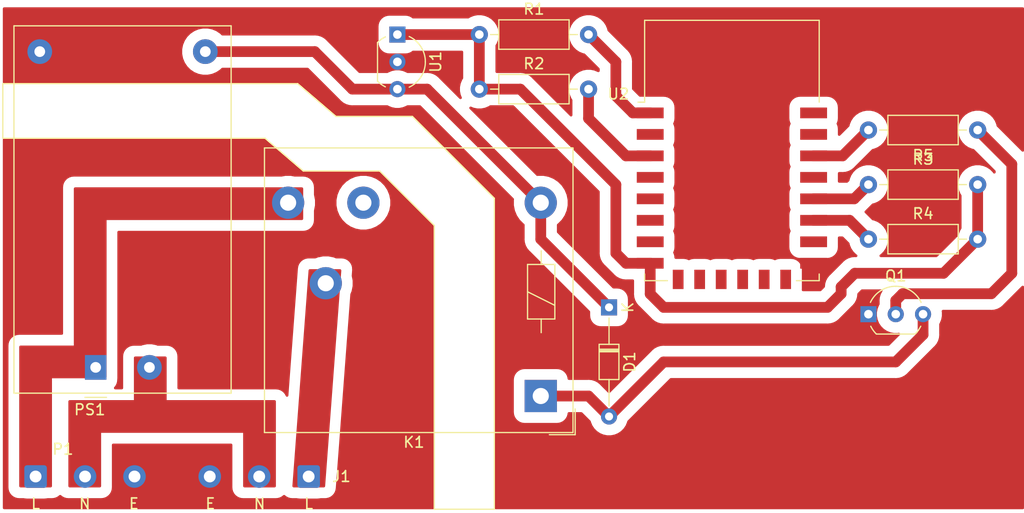
<source format=kicad_pcb>
(kicad_pcb (version 20171130) (host pcbnew "(5.1.6)-1")

  (general
    (thickness 1.6)
    (drawings 18)
    (tracks 52)
    (zones 0)
    (modules 13)
    (nets 31)
  )

  (page A4)
  (layers
    (0 F.Cu signal)
    (31 B.Cu signal)
    (32 B.Adhes user)
    (33 F.Adhes user)
    (34 B.Paste user)
    (35 F.Paste user)
    (36 B.SilkS user)
    (37 F.SilkS user)
    (38 B.Mask user)
    (39 F.Mask user)
    (40 Dwgs.User user)
    (41 Cmts.User user)
    (42 Eco1.User user)
    (43 Eco2.User user)
    (44 Edge.Cuts user)
    (45 Margin user)
    (46 B.CrtYd user)
    (47 F.CrtYd user)
    (48 B.Fab user)
    (49 F.Fab user)
  )

  (setup
    (last_trace_width 4)
    (user_trace_width 4)
    (trace_clearance 1)
    (zone_clearance 0.508)
    (zone_45_only no)
    (trace_min 0.2)
    (via_size 0.8)
    (via_drill 0.4)
    (via_min_size 0.4)
    (via_min_drill 0.3)
    (uvia_size 0.3)
    (uvia_drill 0.1)
    (uvias_allowed no)
    (uvia_min_size 0.2)
    (uvia_min_drill 0.1)
    (edge_width 0.05)
    (segment_width 0.2)
    (pcb_text_width 0.3)
    (pcb_text_size 1.5 1.5)
    (mod_edge_width 0.12)
    (mod_text_size 1 1)
    (mod_text_width 0.15)
    (pad_size 1.524 1.524)
    (pad_drill 0.762)
    (pad_to_mask_clearance 0.05)
    (aux_axis_origin 0 0)
    (visible_elements 7FFFFFFF)
    (pcbplotparams
      (layerselection 0x010fc_ffffffff)
      (usegerberextensions false)
      (usegerberattributes true)
      (usegerberadvancedattributes true)
      (creategerberjobfile true)
      (excludeedgelayer true)
      (linewidth 0.100000)
      (plotframeref false)
      (viasonmask false)
      (mode 1)
      (useauxorigin false)
      (hpglpennumber 1)
      (hpglpenspeed 20)
      (hpglpendiameter 15.000000)
      (psnegative false)
      (psa4output false)
      (plotreference true)
      (plotvalue true)
      (plotinvisibletext false)
      (padsonsilk false)
      (subtractmaskfromsilk false)
      (outputformat 1)
      (mirror false)
      (drillshape 1)
      (scaleselection 1)
      (outputdirectory ""))
  )

  (net 0 "")
  (net 1 "Net-(D1-Pad2)")
  (net 2 +5V)
  (net 3 "Net-(J1-Pad3)")
  (net 4 "Net-(J1-Pad2)")
  (net 5 "Net-(J1-Pad1)")
  (net 6 "Net-(K1-Pad12)")
  (net 7 "Net-(K1-Pad14)")
  (net 8 GND)
  (net 9 "Net-(Q1-Pad2)")
  (net 10 "Net-(R1-Pad2)")
  (net 11 +3V3)
  (net 12 "Net-(R2-Pad2)")
  (net 13 "Net-(R3-Pad1)")
  (net 14 "Net-(R4-Pad1)")
  (net 15 "Net-(R5-Pad2)")
  (net 16 "Net-(U2-Pad22)")
  (net 17 "Net-(U2-Pad21)")
  (net 18 "Net-(U2-Pad19)")
  (net 19 "Net-(U2-Pad16)")
  (net 20 "Net-(U2-Pad14)")
  (net 21 "Net-(U2-Pad13)")
  (net 22 "Net-(U2-Pad12)")
  (net 23 "Net-(U2-Pad11)")
  (net 24 "Net-(U2-Pad10)")
  (net 25 "Net-(U2-Pad9)")
  (net 26 "Net-(U2-Pad7)")
  (net 27 "Net-(U2-Pad6)")
  (net 28 "Net-(U2-Pad5)")
  (net 29 "Net-(U2-Pad4)")
  (net 30 "Net-(U2-Pad2)")

  (net_class Default "This is the default net class."
    (clearance 1)
    (trace_width 1)
    (via_dia 0.8)
    (via_drill 0.4)
    (uvia_dia 0.3)
    (uvia_drill 0.1)
    (add_net +3V3)
    (add_net +5V)
    (add_net GND)
    (add_net "Net-(D1-Pad2)")
    (add_net "Net-(J1-Pad1)")
    (add_net "Net-(J1-Pad2)")
    (add_net "Net-(J1-Pad3)")
    (add_net "Net-(K1-Pad12)")
    (add_net "Net-(K1-Pad14)")
    (add_net "Net-(Q1-Pad2)")
    (add_net "Net-(R1-Pad2)")
    (add_net "Net-(R2-Pad2)")
    (add_net "Net-(R3-Pad1)")
    (add_net "Net-(R4-Pad1)")
    (add_net "Net-(R5-Pad2)")
    (add_net "Net-(U2-Pad10)")
    (add_net "Net-(U2-Pad11)")
    (add_net "Net-(U2-Pad12)")
    (add_net "Net-(U2-Pad13)")
    (add_net "Net-(U2-Pad14)")
    (add_net "Net-(U2-Pad16)")
    (add_net "Net-(U2-Pad19)")
    (add_net "Net-(U2-Pad2)")
    (add_net "Net-(U2-Pad21)")
    (add_net "Net-(U2-Pad22)")
    (add_net "Net-(U2-Pad4)")
    (add_net "Net-(U2-Pad5)")
    (add_net "Net-(U2-Pad6)")
    (add_net "Net-(U2-Pad7)")
    (add_net "Net-(U2-Pad9)")
  )

  (module Relay_THT:Relay_SPDT_Finder_40.11 (layer F.Cu) (tedit 5A6364EC) (tstamp 5EDEC506)
    (at 115.57 69.215 180)
    (descr "Relay SPDT Finder 40.11, https://www.finder-relais.net/de/finder-relais-serie-40.pdf")
    (tags "Relay SPDT Finder 40.11 ")
    (path /5ED5624C)
    (fp_text reference K1 (at 11.8 -4.3) (layer F.SilkS)
      (effects (font (size 1 1) (thickness 0.15)))
    )
    (fp_text value FINDER-40.11 (at 11.7 24.1) (layer F.Fab)
      (effects (font (size 1 1) (thickness 0.15)))
    )
    (fp_line (start 25.85 23.25) (end -3.15 23.25) (layer F.CrtYd) (width 0.05))
    (fp_line (start 25.85 23.25) (end 25.85 -3.55) (layer F.CrtYd) (width 0.05))
    (fp_line (start -3.15 -3.55) (end -3.15 23.25) (layer F.CrtYd) (width 0.05))
    (fp_line (start -3.15 -3.55) (end 25.85 -3.55) (layer F.CrtYd) (width 0.05))
    (fp_line (start -1.31 7.17) (end -0.04 7.17) (layer F.SilkS) (width 0.12))
    (fp_line (start -1.31 12.25) (end -1.31 7.17) (layer F.SilkS) (width 0.12))
    (fp_line (start 1.23 12.25) (end -1.31 12.25) (layer F.SilkS) (width 0.12))
    (fp_line (start 1.23 7.17) (end 1.23 12.25) (layer F.SilkS) (width 0.12))
    (fp_line (start -0.04 7.17) (end 1.23 7.17) (layer F.SilkS) (width 0.12))
    (fp_line (start -0.04 5.9) (end -0.04 7.17) (layer F.SilkS) (width 0.12))
    (fp_line (start -0.04 12.25) (end -0.04 13.52) (layer F.SilkS) (width 0.12))
    (fp_line (start -1.31 8.44) (end 1.23 9.71) (layer F.SilkS) (width 0.12))
    (fp_line (start -2.9 -2.2) (end -2.9 23) (layer F.Fab) (width 0.12))
    (fp_line (start 25.6 -3.3) (end -1.9 -3.3) (layer F.Fab) (width 0.12))
    (fp_line (start -1.9 -3.3) (end -2.9 -2.2) (layer F.Fab) (width 0.12))
    (fp_line (start -3 -3.4) (end 25.7 -3.4) (layer F.SilkS) (width 0.12))
    (fp_line (start -3 23.1) (end -3 -3.4) (layer F.SilkS) (width 0.12))
    (fp_line (start -0.8 -3.6) (end -3.2 -3.6) (layer F.SilkS) (width 0.12))
    (fp_line (start -3.2 -1.2) (end -3.2 -3.6) (layer F.SilkS) (width 0.12))
    (fp_line (start -2.9 23) (end 25.6 23) (layer F.Fab) (width 0.12))
    (fp_line (start 25.6 23) (end 25.6 -3.3) (layer F.Fab) (width 0.12))
    (fp_line (start -3 23.1) (end 25.7 23.1) (layer F.SilkS) (width 0.12))
    (fp_line (start 25.7 23.1) (end 25.7 -3.4) (layer F.SilkS) (width 0.12))
    (fp_text user %R (at 10.7 10.6) (layer F.Fab)
      (effects (font (size 1 1) (thickness 0.15)))
    )
    (pad 12 thru_hole circle (at 16.5 18 180) (size 3 3) (drill 1.5) (layers *.Cu *.Mask)
      (net 6 "Net-(K1-Pad12)"))
    (pad 14 thru_hole circle (at 23.5 18 180) (size 3 3) (drill 1.5) (layers *.Cu *.Mask)
      (net 7 "Net-(K1-Pad14)"))
    (pad 11 thru_hole circle (at 20 10.5 180) (size 3 3) (drill 1.5) (layers *.Cu *.Mask)
      (net 5 "Net-(J1-Pad1)"))
    (pad A2 thru_hole circle (at 0 18 180) (size 3 3) (drill 1.5) (layers *.Cu *.Mask)
      (net 2 +5V))
    (pad A1 thru_hole rect (at 0 0 180) (size 3 3) (drill 1.5) (layers *.Cu *.Mask)
      (net 1 "Net-(D1-Pad2)"))
    (model ${KISYS3DMOD}/Relay_THT.3dshapes/Relay_SPDT_Finder_40.11.wrl
      (at (xyz 0 0 0))
      (scale (xyz 1 1 1))
      (rotate (xyz 0 0 0))
    )
  )

  (module Converter_ACDC:Converter_ACDC_HiLink_HLK-PMxx (layer F.Cu) (tedit 5C1AC1CD) (tstamp 5EDEC536)
    (at 74.168 66.548 90)
    (descr "ACDC-Converter, 3W, HiLink, HLK-PMxx, THT, http://www.hlktech.net/product_detail.php?ProId=54")
    (tags "ACDC-Converter 3W THT HiLink board mount module")
    (path /5EDE98FC)
    (fp_text reference PS1 (at -3.94 -0.55) (layer F.SilkS)
      (effects (font (size 1 1) (thickness 0.15)))
    )
    (fp_text value HLK-PM01 (at 15.79 13.85 90) (layer F.Fab)
      (effects (font (size 1 1) (thickness 0.15)))
    )
    (fp_line (start -2.79 -1) (end -2.79 1.01) (layer F.SilkS) (width 0.12))
    (fp_line (start 31.8 -7.6) (end -2.4 -7.6) (layer F.SilkS) (width 0.12))
    (fp_line (start 31.8 12.6) (end 31.8 -7.6) (layer F.SilkS) (width 0.12))
    (fp_line (start -2.4 12.6) (end 31.8 12.6) (layer F.SilkS) (width 0.12))
    (fp_line (start -2.4 -7.6) (end -2.4 12.6) (layer F.SilkS) (width 0.12))
    (fp_line (start -2.55 -7.75) (end -2.55 12.75) (layer F.CrtYd) (width 0.05))
    (fp_line (start 31.95 -7.75) (end -2.55 -7.75) (layer F.CrtYd) (width 0.05))
    (fp_line (start 31.95 12.75) (end 31.95 -7.75) (layer F.CrtYd) (width 0.05))
    (fp_line (start -2.55 12.75) (end 31.95 12.75) (layer F.CrtYd) (width 0.05))
    (fp_line (start -2.3 -1) (end -2.3 -7.5) (layer F.Fab) (width 0.1))
    (fp_line (start -2.29 -1) (end -1.29 0) (layer F.Fab) (width 0.1))
    (fp_line (start -1.29 0) (end -2.29 1) (layer F.Fab) (width 0.1))
    (fp_line (start -2.3 -7.5) (end 31.7 -7.5) (layer F.Fab) (width 0.1))
    (fp_line (start -2.3 12.5) (end -2.3 0.99) (layer F.Fab) (width 0.1))
    (fp_line (start 31.7 12.5) (end 31.7 -7.5) (layer F.Fab) (width 0.1))
    (fp_line (start -2.3 12.5) (end 31.7 12.5) (layer F.Fab) (width 0.1))
    (fp_text user %R (at 14.68 1.17 90) (layer F.Fab)
      (effects (font (size 1 1) (thickness 0.15)))
    )
    (pad 4 thru_hole circle (at 29.4 10.2 90) (size 2.3 2.3) (drill 1) (layers *.Cu *.Mask)
      (net 2 +5V))
    (pad 2 thru_hole circle (at 0 5 90) (size 2.3 2.3) (drill 1) (layers *.Cu *.Mask)
      (net 4 "Net-(J1-Pad2)"))
    (pad 1 thru_hole rect (at 0 0 90) (size 2.3 2) (drill 1) (layers *.Cu *.Mask)
      (net 7 "Net-(K1-Pad14)"))
    (pad 3 thru_hole circle (at 29.4 -5.2 90) (size 2.3 2.3) (drill 1) (layers *.Cu *.Mask)
      (net 8 GND))
    (model ${KISYS3DMOD}/Converter_ACDC.3dshapes/Converter_ACDC_HiLink_HLK-PMxx.wrl
      (at (xyz 0 0 0))
      (scale (xyz 1 1 1))
      (rotate (xyz 0 0 0))
    )
  )

  (module Package_TO_SOT_THT:TO-92_Inline_Wide (layer F.Cu) (tedit 5A02FF81) (tstamp 5EDEC5CF)
    (at 102.235 35.56 270)
    (descr "TO-92 leads in-line, wide, drill 0.75mm (see NXP sot054_po.pdf)")
    (tags "to-92 sc-43 sc-43a sot54 PA33 transistor")
    (path /5ED6854B)
    (fp_text reference U1 (at 2.54 -3.56 90) (layer F.SilkS)
      (effects (font (size 1 1) (thickness 0.15)))
    )
    (fp_text value L78L33_TO92 (at 2.54 2.79 90) (layer F.Fab)
      (effects (font (size 1 1) (thickness 0.15)))
    )
    (fp_line (start 6.09 2.01) (end -1.01 2.01) (layer F.CrtYd) (width 0.05))
    (fp_line (start 6.09 2.01) (end 6.09 -2.73) (layer F.CrtYd) (width 0.05))
    (fp_line (start -1.01 -2.73) (end -1.01 2.01) (layer F.CrtYd) (width 0.05))
    (fp_line (start -1.01 -2.73) (end 6.09 -2.73) (layer F.CrtYd) (width 0.05))
    (fp_line (start 0.8 1.75) (end 4.3 1.75) (layer F.Fab) (width 0.1))
    (fp_line (start 0.74 1.85) (end 4.34 1.85) (layer F.SilkS) (width 0.12))
    (fp_arc (start 2.54 0) (end 4.34 1.85) (angle -20) (layer F.SilkS) (width 0.12))
    (fp_arc (start 2.54 0) (end 2.54 -2.48) (angle -135) (layer F.Fab) (width 0.1))
    (fp_arc (start 2.54 0) (end 2.54 -2.48) (angle 135) (layer F.Fab) (width 0.1))
    (fp_arc (start 2.54 0) (end 2.54 -2.6) (angle 65) (layer F.SilkS) (width 0.12))
    (fp_arc (start 2.54 0) (end 2.54 -2.6) (angle -65) (layer F.SilkS) (width 0.12))
    (fp_arc (start 2.54 0) (end 0.74 1.85) (angle 20) (layer F.SilkS) (width 0.12))
    (fp_text user %R (at 2.54 -3.56 90) (layer F.Fab)
      (effects (font (size 1 1) (thickness 0.15)))
    )
    (pad 1 thru_hole rect (at 0 0) (size 1.5 1.5) (drill 0.8) (layers *.Cu *.Mask)
      (net 11 +3V3))
    (pad 3 thru_hole circle (at 5.08 0) (size 1.5 1.5) (drill 0.8) (layers *.Cu *.Mask)
      (net 2 +5V))
    (pad 2 thru_hole circle (at 2.54 0) (size 1.5 1.5) (drill 0.8) (layers *.Cu *.Mask)
      (net 8 GND))
    (model ${KISYS3DMOD}/Package_TO_SOT_THT.3dshapes/TO-92_Inline_Wide.wrl
      (at (xyz 0 0 0))
      (scale (xyz 1 1 1))
      (rotate (xyz 0 0 0))
    )
  )

  (module RF_Module:ESP-12E (layer F.Cu) (tedit 5A030172) (tstamp 5EDEC60A)
    (at 133.35 46.355)
    (descr "Wi-Fi Module, http://wiki.ai-thinker.com/_media/esp8266/docs/aithinker_esp_12f_datasheet_en.pdf")
    (tags "Wi-Fi Module")
    (path /5ED52A6F)
    (attr smd)
    (fp_text reference U2 (at -10.56 -5.26) (layer F.SilkS)
      (effects (font (size 1 1) (thickness 0.15)))
    )
    (fp_text value ESP-12E (at -0.06 -12.78) (layer F.Fab)
      (effects (font (size 1 1) (thickness 0.15)))
    )
    (fp_line (start 5.56 -4.8) (end 8.12 -7.36) (layer Dwgs.User) (width 0.12))
    (fp_line (start 2.56 -4.8) (end 8.12 -10.36) (layer Dwgs.User) (width 0.12))
    (fp_line (start -0.44 -4.8) (end 6.88 -12.12) (layer Dwgs.User) (width 0.12))
    (fp_line (start -3.44 -4.8) (end 3.88 -12.12) (layer Dwgs.User) (width 0.12))
    (fp_line (start -6.44 -4.8) (end 0.88 -12.12) (layer Dwgs.User) (width 0.12))
    (fp_line (start -8.12 -6.12) (end -2.12 -12.12) (layer Dwgs.User) (width 0.12))
    (fp_line (start -8.12 -9.12) (end -5.12 -12.12) (layer Dwgs.User) (width 0.12))
    (fp_line (start -8.12 -4.8) (end -8.12 -12.12) (layer Dwgs.User) (width 0.12))
    (fp_line (start 8.12 -4.8) (end -8.12 -4.8) (layer Dwgs.User) (width 0.12))
    (fp_line (start 8.12 -12.12) (end 8.12 -4.8) (layer Dwgs.User) (width 0.12))
    (fp_line (start -8.12 -12.12) (end 8.12 -12.12) (layer Dwgs.User) (width 0.12))
    (fp_line (start -8.12 -4.5) (end -8.73 -4.5) (layer F.SilkS) (width 0.12))
    (fp_line (start -8.12 -4.5) (end -8.12 -12.12) (layer F.SilkS) (width 0.12))
    (fp_line (start -8.12 12.12) (end -8.12 11.5) (layer F.SilkS) (width 0.12))
    (fp_line (start -6 12.12) (end -8.12 12.12) (layer F.SilkS) (width 0.12))
    (fp_line (start 8.12 12.12) (end 6 12.12) (layer F.SilkS) (width 0.12))
    (fp_line (start 8.12 11.5) (end 8.12 12.12) (layer F.SilkS) (width 0.12))
    (fp_line (start 8.12 -12.12) (end 8.12 -4.5) (layer F.SilkS) (width 0.12))
    (fp_line (start -8.12 -12.12) (end 8.12 -12.12) (layer F.SilkS) (width 0.12))
    (fp_line (start -9.05 13.1) (end -9.05 -12.2) (layer F.CrtYd) (width 0.05))
    (fp_line (start 9.05 13.1) (end -9.05 13.1) (layer F.CrtYd) (width 0.05))
    (fp_line (start 9.05 -12.2) (end 9.05 13.1) (layer F.CrtYd) (width 0.05))
    (fp_line (start -9.05 -12.2) (end 9.05 -12.2) (layer F.CrtYd) (width 0.05))
    (fp_line (start -8 -4) (end -8 -12) (layer F.Fab) (width 0.12))
    (fp_line (start -7.5 -3.5) (end -8 -4) (layer F.Fab) (width 0.12))
    (fp_line (start -8 -3) (end -7.5 -3.5) (layer F.Fab) (width 0.12))
    (fp_line (start -8 12) (end -8 -3) (layer F.Fab) (width 0.12))
    (fp_line (start 8 12) (end -8 12) (layer F.Fab) (width 0.12))
    (fp_line (start 8 -12) (end 8 12) (layer F.Fab) (width 0.12))
    (fp_line (start -8 -12) (end 8 -12) (layer F.Fab) (width 0.12))
    (fp_text user %R (at 0.49 -0.8) (layer F.Fab)
      (effects (font (size 1 1) (thickness 0.15)))
    )
    (fp_text user "KEEP-OUT ZONE" (at 0.03 -9.55 180) (layer Cmts.User)
      (effects (font (size 1 1) (thickness 0.15)))
    )
    (fp_text user Antenna (at -0.06 -7 180) (layer Cmts.User)
      (effects (font (size 1 1) (thickness 0.15)))
    )
    (pad 22 smd rect (at 7.6 -3.5) (size 2.5 1) (layers F.Cu F.Paste F.Mask)
      (net 16 "Net-(U2-Pad22)"))
    (pad 21 smd rect (at 7.6 -1.5) (size 2.5 1) (layers F.Cu F.Paste F.Mask)
      (net 17 "Net-(U2-Pad21)"))
    (pad 20 smd rect (at 7.6 0.5) (size 2.5 1) (layers F.Cu F.Paste F.Mask)
      (net 15 "Net-(R5-Pad2)"))
    (pad 19 smd rect (at 7.6 2.5) (size 2.5 1) (layers F.Cu F.Paste F.Mask)
      (net 18 "Net-(U2-Pad19)"))
    (pad 18 smd rect (at 7.6 4.5) (size 2.5 1) (layers F.Cu F.Paste F.Mask)
      (net 13 "Net-(R3-Pad1)"))
    (pad 17 smd rect (at 7.6 6.5) (size 2.5 1) (layers F.Cu F.Paste F.Mask)
      (net 14 "Net-(R4-Pad1)"))
    (pad 16 smd rect (at 7.6 8.5) (size 2.5 1) (layers F.Cu F.Paste F.Mask)
      (net 19 "Net-(U2-Pad16)"))
    (pad 15 smd rect (at 7.6 10.5) (size 2.5 1) (layers F.Cu F.Paste F.Mask)
      (net 8 GND))
    (pad 14 smd rect (at 5 12) (size 1 1.8) (layers F.Cu F.Paste F.Mask)
      (net 20 "Net-(U2-Pad14)"))
    (pad 13 smd rect (at 3 12) (size 1 1.8) (layers F.Cu F.Paste F.Mask)
      (net 21 "Net-(U2-Pad13)"))
    (pad 12 smd rect (at 1 12) (size 1 1.8) (layers F.Cu F.Paste F.Mask)
      (net 22 "Net-(U2-Pad12)"))
    (pad 11 smd rect (at -1 12) (size 1 1.8) (layers F.Cu F.Paste F.Mask)
      (net 23 "Net-(U2-Pad11)"))
    (pad 10 smd rect (at -3 12) (size 1 1.8) (layers F.Cu F.Paste F.Mask)
      (net 24 "Net-(U2-Pad10)"))
    (pad 9 smd rect (at -5 12) (size 1 1.8) (layers F.Cu F.Paste F.Mask)
      (net 25 "Net-(U2-Pad9)"))
    (pad 8 smd rect (at -7.6 10.5) (size 2.5 1) (layers F.Cu F.Paste F.Mask)
      (net 11 +3V3))
    (pad 7 smd rect (at -7.6 8.5) (size 2.5 1) (layers F.Cu F.Paste F.Mask)
      (net 26 "Net-(U2-Pad7)"))
    (pad 6 smd rect (at -7.6 6.5) (size 2.5 1) (layers F.Cu F.Paste F.Mask)
      (net 27 "Net-(U2-Pad6)"))
    (pad 5 smd rect (at -7.6 4.5) (size 2.5 1) (layers F.Cu F.Paste F.Mask)
      (net 28 "Net-(U2-Pad5)"))
    (pad 4 smd rect (at -7.6 2.5) (size 2.5 1) (layers F.Cu F.Paste F.Mask)
      (net 29 "Net-(U2-Pad4)"))
    (pad 3 smd rect (at -7.6 0.5) (size 2.5 1) (layers F.Cu F.Paste F.Mask)
      (net 12 "Net-(R2-Pad2)"))
    (pad 2 smd rect (at -7.6 -1.5) (size 2.5 1) (layers F.Cu F.Paste F.Mask)
      (net 30 "Net-(U2-Pad2)"))
    (pad 1 smd rect (at -7.6 -3.5) (size 2.5 1) (layers F.Cu F.Paste F.Mask)
      (net 10 "Net-(R1-Pad2)"))
    (model ${KISYS3DMOD}/RF_Module.3dshapes/ESP-12E.wrl
      (at (xyz 0 0 0))
      (scale (xyz 1 1 1))
      (rotate (xyz 0 0 0))
    )
  )

  (module Resistor_THT:R_Axial_DIN0207_L6.3mm_D2.5mm_P10.16mm_Horizontal (layer F.Cu) (tedit 5AE5139B) (tstamp 5EDEC5BD)
    (at 156.21 44.45 180)
    (descr "Resistor, Axial_DIN0207 series, Axial, Horizontal, pin pitch=10.16mm, 0.25W = 1/4W, length*diameter=6.3*2.5mm^2, http://cdn-reichelt.de/documents/datenblatt/B400/1_4W%23YAG.pdf")
    (tags "Resistor Axial_DIN0207 series Axial Horizontal pin pitch 10.16mm 0.25W = 1/4W length 6.3mm diameter 2.5mm")
    (path /5ED5C1BC)
    (fp_text reference R5 (at 5.08 -2.37) (layer F.SilkS)
      (effects (font (size 1 1) (thickness 0.15)))
    )
    (fp_text value 1k (at 5.08 2.37) (layer F.Fab)
      (effects (font (size 1 1) (thickness 0.15)))
    )
    (fp_line (start 11.21 -1.5) (end -1.05 -1.5) (layer F.CrtYd) (width 0.05))
    (fp_line (start 11.21 1.5) (end 11.21 -1.5) (layer F.CrtYd) (width 0.05))
    (fp_line (start -1.05 1.5) (end 11.21 1.5) (layer F.CrtYd) (width 0.05))
    (fp_line (start -1.05 -1.5) (end -1.05 1.5) (layer F.CrtYd) (width 0.05))
    (fp_line (start 9.12 0) (end 8.35 0) (layer F.SilkS) (width 0.12))
    (fp_line (start 1.04 0) (end 1.81 0) (layer F.SilkS) (width 0.12))
    (fp_line (start 8.35 -1.37) (end 1.81 -1.37) (layer F.SilkS) (width 0.12))
    (fp_line (start 8.35 1.37) (end 8.35 -1.37) (layer F.SilkS) (width 0.12))
    (fp_line (start 1.81 1.37) (end 8.35 1.37) (layer F.SilkS) (width 0.12))
    (fp_line (start 1.81 -1.37) (end 1.81 1.37) (layer F.SilkS) (width 0.12))
    (fp_line (start 10.16 0) (end 8.23 0) (layer F.Fab) (width 0.1))
    (fp_line (start 0 0) (end 1.93 0) (layer F.Fab) (width 0.1))
    (fp_line (start 8.23 -1.25) (end 1.93 -1.25) (layer F.Fab) (width 0.1))
    (fp_line (start 8.23 1.25) (end 8.23 -1.25) (layer F.Fab) (width 0.1))
    (fp_line (start 1.93 1.25) (end 8.23 1.25) (layer F.Fab) (width 0.1))
    (fp_line (start 1.93 -1.25) (end 1.93 1.25) (layer F.Fab) (width 0.1))
    (fp_text user %R (at 5.08 0) (layer F.Fab)
      (effects (font (size 1 1) (thickness 0.15)))
    )
    (pad 2 thru_hole oval (at 10.16 0 180) (size 1.6 1.6) (drill 0.8) (layers *.Cu *.Mask)
      (net 15 "Net-(R5-Pad2)"))
    (pad 1 thru_hole circle (at 0 0 180) (size 1.6 1.6) (drill 0.8) (layers *.Cu *.Mask)
      (net 9 "Net-(Q1-Pad2)"))
    (model ${KISYS3DMOD}/Resistor_THT.3dshapes/R_Axial_DIN0207_L6.3mm_D2.5mm_P10.16mm_Horizontal.wrl
      (at (xyz 0 0 0))
      (scale (xyz 1 1 1))
      (rotate (xyz 0 0 0))
    )
  )

  (module Resistor_THT:R_Axial_DIN0207_L6.3mm_D2.5mm_P10.16mm_Horizontal (layer F.Cu) (tedit 5AE5139B) (tstamp 5EDEC5A6)
    (at 146.05 54.61)
    (descr "Resistor, Axial_DIN0207 series, Axial, Horizontal, pin pitch=10.16mm, 0.25W = 1/4W, length*diameter=6.3*2.5mm^2, http://cdn-reichelt.de/documents/datenblatt/B400/1_4W%23YAG.pdf")
    (tags "Resistor Axial_DIN0207 series Axial Horizontal pin pitch 10.16mm 0.25W = 1/4W length 6.3mm diameter 2.5mm")
    (path /5ED7645C)
    (fp_text reference R4 (at 5.08 -2.37) (layer F.SilkS)
      (effects (font (size 1 1) (thickness 0.15)))
    )
    (fp_text value 10k (at 5.08 2.37) (layer F.Fab)
      (effects (font (size 1 1) (thickness 0.15)))
    )
    (fp_line (start 11.21 -1.5) (end -1.05 -1.5) (layer F.CrtYd) (width 0.05))
    (fp_line (start 11.21 1.5) (end 11.21 -1.5) (layer F.CrtYd) (width 0.05))
    (fp_line (start -1.05 1.5) (end 11.21 1.5) (layer F.CrtYd) (width 0.05))
    (fp_line (start -1.05 -1.5) (end -1.05 1.5) (layer F.CrtYd) (width 0.05))
    (fp_line (start 9.12 0) (end 8.35 0) (layer F.SilkS) (width 0.12))
    (fp_line (start 1.04 0) (end 1.81 0) (layer F.SilkS) (width 0.12))
    (fp_line (start 8.35 -1.37) (end 1.81 -1.37) (layer F.SilkS) (width 0.12))
    (fp_line (start 8.35 1.37) (end 8.35 -1.37) (layer F.SilkS) (width 0.12))
    (fp_line (start 1.81 1.37) (end 8.35 1.37) (layer F.SilkS) (width 0.12))
    (fp_line (start 1.81 -1.37) (end 1.81 1.37) (layer F.SilkS) (width 0.12))
    (fp_line (start 10.16 0) (end 8.23 0) (layer F.Fab) (width 0.1))
    (fp_line (start 0 0) (end 1.93 0) (layer F.Fab) (width 0.1))
    (fp_line (start 8.23 -1.25) (end 1.93 -1.25) (layer F.Fab) (width 0.1))
    (fp_line (start 8.23 1.25) (end 8.23 -1.25) (layer F.Fab) (width 0.1))
    (fp_line (start 1.93 1.25) (end 8.23 1.25) (layer F.Fab) (width 0.1))
    (fp_line (start 1.93 -1.25) (end 1.93 1.25) (layer F.Fab) (width 0.1))
    (fp_text user %R (at 5.08 0) (layer F.Fab)
      (effects (font (size 1 1) (thickness 0.15)))
    )
    (pad 2 thru_hole oval (at 10.16 0) (size 1.6 1.6) (drill 0.8) (layers *.Cu *.Mask)
      (net 11 +3V3))
    (pad 1 thru_hole circle (at 0 0) (size 1.6 1.6) (drill 0.8) (layers *.Cu *.Mask)
      (net 14 "Net-(R4-Pad1)"))
    (model ${KISYS3DMOD}/Resistor_THT.3dshapes/R_Axial_DIN0207_L6.3mm_D2.5mm_P10.16mm_Horizontal.wrl
      (at (xyz 0 0 0))
      (scale (xyz 1 1 1))
      (rotate (xyz 0 0 0))
    )
  )

  (module Resistor_THT:R_Axial_DIN0207_L6.3mm_D2.5mm_P10.16mm_Horizontal (layer F.Cu) (tedit 5AE5139B) (tstamp 5EDEC58F)
    (at 146.05 49.53)
    (descr "Resistor, Axial_DIN0207 series, Axial, Horizontal, pin pitch=10.16mm, 0.25W = 1/4W, length*diameter=6.3*2.5mm^2, http://cdn-reichelt.de/documents/datenblatt/B400/1_4W%23YAG.pdf")
    (tags "Resistor Axial_DIN0207 series Axial Horizontal pin pitch 10.16mm 0.25W = 1/4W length 6.3mm diameter 2.5mm")
    (path /5ED75B0C)
    (fp_text reference R3 (at 5.08 -2.37) (layer F.SilkS)
      (effects (font (size 1 1) (thickness 0.15)))
    )
    (fp_text value 10k (at 5.08 2.37) (layer F.Fab)
      (effects (font (size 1 1) (thickness 0.15)))
    )
    (fp_line (start 11.21 -1.5) (end -1.05 -1.5) (layer F.CrtYd) (width 0.05))
    (fp_line (start 11.21 1.5) (end 11.21 -1.5) (layer F.CrtYd) (width 0.05))
    (fp_line (start -1.05 1.5) (end 11.21 1.5) (layer F.CrtYd) (width 0.05))
    (fp_line (start -1.05 -1.5) (end -1.05 1.5) (layer F.CrtYd) (width 0.05))
    (fp_line (start 9.12 0) (end 8.35 0) (layer F.SilkS) (width 0.12))
    (fp_line (start 1.04 0) (end 1.81 0) (layer F.SilkS) (width 0.12))
    (fp_line (start 8.35 -1.37) (end 1.81 -1.37) (layer F.SilkS) (width 0.12))
    (fp_line (start 8.35 1.37) (end 8.35 -1.37) (layer F.SilkS) (width 0.12))
    (fp_line (start 1.81 1.37) (end 8.35 1.37) (layer F.SilkS) (width 0.12))
    (fp_line (start 1.81 -1.37) (end 1.81 1.37) (layer F.SilkS) (width 0.12))
    (fp_line (start 10.16 0) (end 8.23 0) (layer F.Fab) (width 0.1))
    (fp_line (start 0 0) (end 1.93 0) (layer F.Fab) (width 0.1))
    (fp_line (start 8.23 -1.25) (end 1.93 -1.25) (layer F.Fab) (width 0.1))
    (fp_line (start 8.23 1.25) (end 8.23 -1.25) (layer F.Fab) (width 0.1))
    (fp_line (start 1.93 1.25) (end 8.23 1.25) (layer F.Fab) (width 0.1))
    (fp_line (start 1.93 -1.25) (end 1.93 1.25) (layer F.Fab) (width 0.1))
    (fp_text user %R (at 5.08 0) (layer F.Fab)
      (effects (font (size 1 1) (thickness 0.15)))
    )
    (pad 2 thru_hole oval (at 10.16 0) (size 1.6 1.6) (drill 0.8) (layers *.Cu *.Mask)
      (net 11 +3V3))
    (pad 1 thru_hole circle (at 0 0) (size 1.6 1.6) (drill 0.8) (layers *.Cu *.Mask)
      (net 13 "Net-(R3-Pad1)"))
    (model ${KISYS3DMOD}/Resistor_THT.3dshapes/R_Axial_DIN0207_L6.3mm_D2.5mm_P10.16mm_Horizontal.wrl
      (at (xyz 0 0 0))
      (scale (xyz 1 1 1))
      (rotate (xyz 0 0 0))
    )
  )

  (module Resistor_THT:R_Axial_DIN0207_L6.3mm_D2.5mm_P10.16mm_Horizontal (layer F.Cu) (tedit 5AE5139B) (tstamp 5EDEC578)
    (at 109.855 40.64)
    (descr "Resistor, Axial_DIN0207 series, Axial, Horizontal, pin pitch=10.16mm, 0.25W = 1/4W, length*diameter=6.3*2.5mm^2, http://cdn-reichelt.de/documents/datenblatt/B400/1_4W%23YAG.pdf")
    (tags "Resistor Axial_DIN0207 series Axial Horizontal pin pitch 10.16mm 0.25W = 1/4W length 6.3mm diameter 2.5mm")
    (path /5ED73A46)
    (fp_text reference R2 (at 5.08 -2.37) (layer F.SilkS)
      (effects (font (size 1 1) (thickness 0.15)))
    )
    (fp_text value 10k (at 5.08 2.37) (layer F.Fab)
      (effects (font (size 1 1) (thickness 0.15)))
    )
    (fp_line (start 11.21 -1.5) (end -1.05 -1.5) (layer F.CrtYd) (width 0.05))
    (fp_line (start 11.21 1.5) (end 11.21 -1.5) (layer F.CrtYd) (width 0.05))
    (fp_line (start -1.05 1.5) (end 11.21 1.5) (layer F.CrtYd) (width 0.05))
    (fp_line (start -1.05 -1.5) (end -1.05 1.5) (layer F.CrtYd) (width 0.05))
    (fp_line (start 9.12 0) (end 8.35 0) (layer F.SilkS) (width 0.12))
    (fp_line (start 1.04 0) (end 1.81 0) (layer F.SilkS) (width 0.12))
    (fp_line (start 8.35 -1.37) (end 1.81 -1.37) (layer F.SilkS) (width 0.12))
    (fp_line (start 8.35 1.37) (end 8.35 -1.37) (layer F.SilkS) (width 0.12))
    (fp_line (start 1.81 1.37) (end 8.35 1.37) (layer F.SilkS) (width 0.12))
    (fp_line (start 1.81 -1.37) (end 1.81 1.37) (layer F.SilkS) (width 0.12))
    (fp_line (start 10.16 0) (end 8.23 0) (layer F.Fab) (width 0.1))
    (fp_line (start 0 0) (end 1.93 0) (layer F.Fab) (width 0.1))
    (fp_line (start 8.23 -1.25) (end 1.93 -1.25) (layer F.Fab) (width 0.1))
    (fp_line (start 8.23 1.25) (end 8.23 -1.25) (layer F.Fab) (width 0.1))
    (fp_line (start 1.93 1.25) (end 8.23 1.25) (layer F.Fab) (width 0.1))
    (fp_line (start 1.93 -1.25) (end 1.93 1.25) (layer F.Fab) (width 0.1))
    (fp_text user %R (at 5.08 0) (layer F.Fab)
      (effects (font (size 1 1) (thickness 0.15)))
    )
    (pad 2 thru_hole oval (at 10.16 0) (size 1.6 1.6) (drill 0.8) (layers *.Cu *.Mask)
      (net 12 "Net-(R2-Pad2)"))
    (pad 1 thru_hole circle (at 0 0) (size 1.6 1.6) (drill 0.8) (layers *.Cu *.Mask)
      (net 11 +3V3))
    (model ${KISYS3DMOD}/Resistor_THT.3dshapes/R_Axial_DIN0207_L6.3mm_D2.5mm_P10.16mm_Horizontal.wrl
      (at (xyz 0 0 0))
      (scale (xyz 1 1 1))
      (rotate (xyz 0 0 0))
    )
  )

  (module Resistor_THT:R_Axial_DIN0207_L6.3mm_D2.5mm_P10.16mm_Horizontal (layer F.Cu) (tedit 5AE5139B) (tstamp 5EDEC561)
    (at 109.855 35.56)
    (descr "Resistor, Axial_DIN0207 series, Axial, Horizontal, pin pitch=10.16mm, 0.25W = 1/4W, length*diameter=6.3*2.5mm^2, http://cdn-reichelt.de/documents/datenblatt/B400/1_4W%23YAG.pdf")
    (tags "Resistor Axial_DIN0207 series Axial Horizontal pin pitch 10.16mm 0.25W = 1/4W length 6.3mm diameter 2.5mm")
    (path /5ED714AF)
    (fp_text reference R1 (at 5.08 -2.37) (layer F.SilkS)
      (effects (font (size 1 1) (thickness 0.15)))
    )
    (fp_text value 10k (at 5.08 2.37) (layer F.Fab)
      (effects (font (size 1 1) (thickness 0.15)))
    )
    (fp_line (start 11.21 -1.5) (end -1.05 -1.5) (layer F.CrtYd) (width 0.05))
    (fp_line (start 11.21 1.5) (end 11.21 -1.5) (layer F.CrtYd) (width 0.05))
    (fp_line (start -1.05 1.5) (end 11.21 1.5) (layer F.CrtYd) (width 0.05))
    (fp_line (start -1.05 -1.5) (end -1.05 1.5) (layer F.CrtYd) (width 0.05))
    (fp_line (start 9.12 0) (end 8.35 0) (layer F.SilkS) (width 0.12))
    (fp_line (start 1.04 0) (end 1.81 0) (layer F.SilkS) (width 0.12))
    (fp_line (start 8.35 -1.37) (end 1.81 -1.37) (layer F.SilkS) (width 0.12))
    (fp_line (start 8.35 1.37) (end 8.35 -1.37) (layer F.SilkS) (width 0.12))
    (fp_line (start 1.81 1.37) (end 8.35 1.37) (layer F.SilkS) (width 0.12))
    (fp_line (start 1.81 -1.37) (end 1.81 1.37) (layer F.SilkS) (width 0.12))
    (fp_line (start 10.16 0) (end 8.23 0) (layer F.Fab) (width 0.1))
    (fp_line (start 0 0) (end 1.93 0) (layer F.Fab) (width 0.1))
    (fp_line (start 8.23 -1.25) (end 1.93 -1.25) (layer F.Fab) (width 0.1))
    (fp_line (start 8.23 1.25) (end 8.23 -1.25) (layer F.Fab) (width 0.1))
    (fp_line (start 1.93 1.25) (end 8.23 1.25) (layer F.Fab) (width 0.1))
    (fp_line (start 1.93 -1.25) (end 1.93 1.25) (layer F.Fab) (width 0.1))
    (fp_text user %R (at 5.08 0) (layer F.Fab)
      (effects (font (size 1 1) (thickness 0.15)))
    )
    (pad 2 thru_hole oval (at 10.16 0) (size 1.6 1.6) (drill 0.8) (layers *.Cu *.Mask)
      (net 10 "Net-(R1-Pad2)"))
    (pad 1 thru_hole circle (at 0 0) (size 1.6 1.6) (drill 0.8) (layers *.Cu *.Mask)
      (net 11 +3V3))
    (model ${KISYS3DMOD}/Resistor_THT.3dshapes/R_Axial_DIN0207_L6.3mm_D2.5mm_P10.16mm_Horizontal.wrl
      (at (xyz 0 0 0))
      (scale (xyz 1 1 1))
      (rotate (xyz 0 0 0))
    )
  )

  (module Package_TO_SOT_THT:TO-92_Inline_Wide (layer F.Cu) (tedit 5A02FF81) (tstamp 5EDEC54A)
    (at 146.05 61.595)
    (descr "TO-92 leads in-line, wide, drill 0.75mm (see NXP sot054_po.pdf)")
    (tags "to-92 sc-43 sc-43a sot54 PA33 transistor")
    (path /5ED5782D)
    (fp_text reference Q1 (at 2.54 -3.56) (layer F.SilkS)
      (effects (font (size 1 1) (thickness 0.15)))
    )
    (fp_text value Q_NPN_EBC (at 2.54 2.79) (layer F.Fab)
      (effects (font (size 1 1) (thickness 0.15)))
    )
    (fp_line (start 6.09 2.01) (end -1.01 2.01) (layer F.CrtYd) (width 0.05))
    (fp_line (start 6.09 2.01) (end 6.09 -2.73) (layer F.CrtYd) (width 0.05))
    (fp_line (start -1.01 -2.73) (end -1.01 2.01) (layer F.CrtYd) (width 0.05))
    (fp_line (start -1.01 -2.73) (end 6.09 -2.73) (layer F.CrtYd) (width 0.05))
    (fp_line (start 0.8 1.75) (end 4.3 1.75) (layer F.Fab) (width 0.1))
    (fp_line (start 0.74 1.85) (end 4.34 1.85) (layer F.SilkS) (width 0.12))
    (fp_arc (start 2.54 0) (end 4.34 1.85) (angle -20) (layer F.SilkS) (width 0.12))
    (fp_arc (start 2.54 0) (end 2.54 -2.48) (angle -135) (layer F.Fab) (width 0.1))
    (fp_arc (start 2.54 0) (end 2.54 -2.48) (angle 135) (layer F.Fab) (width 0.1))
    (fp_arc (start 2.54 0) (end 2.54 -2.6) (angle 65) (layer F.SilkS) (width 0.12))
    (fp_arc (start 2.54 0) (end 2.54 -2.6) (angle -65) (layer F.SilkS) (width 0.12))
    (fp_arc (start 2.54 0) (end 0.74 1.85) (angle 20) (layer F.SilkS) (width 0.12))
    (fp_text user %R (at 2.54 -3.56) (layer F.Fab)
      (effects (font (size 1 1) (thickness 0.15)))
    )
    (pad 1 thru_hole rect (at 0 0 90) (size 1.5 1.5) (drill 0.8) (layers *.Cu *.Mask)
      (net 8 GND))
    (pad 3 thru_hole circle (at 5.08 0 90) (size 1.5 1.5) (drill 0.8) (layers *.Cu *.Mask)
      (net 1 "Net-(D1-Pad2)"))
    (pad 2 thru_hole circle (at 2.54 0 90) (size 1.5 1.5) (drill 0.8) (layers *.Cu *.Mask)
      (net 9 "Net-(Q1-Pad2)"))
    (model ${KISYS3DMOD}/Package_TO_SOT_THT.3dshapes/TO-92_Inline_Wide.wrl
      (at (xyz 0 0 0))
      (scale (xyz 1 1 1))
      (rotate (xyz 0 0 0))
    )
  )

  (module Connector_Wire:SolderWire-0.5sqmm_1x03_P4.6mm_D0.9mm_OD2.1mm (layer F.Cu) (tedit 5EB70B43) (tstamp 5EDEC51D)
    (at 68.58 76.708)
    (descr "Soldered wire connection, for 3 times 0.5 mm² wires, basic insulation, conductor diameter 0.9mm, outer diameter 2.1mm, size source Multi-Contact FLEXI-E 0.5 (https://ec.staubli.com/AcroFiles/Catalogues/TM_Cab-Main-11014119_(en)_hi.pdf), bend radius 3 times outer diameter, generated with kicad-footprint-generator")
    (tags "connector wire 0.5sqmm")
    (path /5ED7FDF6)
    (attr virtual)
    (fp_text reference P1 (at 2.54 -2.54) (layer F.SilkS)
      (effects (font (size 1 1) (thickness 0.15)))
    )
    (fp_text value Conn_WallPlug_Earth (at 4.6 2.25) (layer F.Fab)
      (effects (font (size 1 1) (thickness 0.15)))
    )
    (fp_line (start 11 -1.55) (end 7.4 -1.55) (layer F.CrtYd) (width 0.05))
    (fp_line (start 11 1.55) (end 11 -1.55) (layer F.CrtYd) (width 0.05))
    (fp_line (start 7.4 1.55) (end 11 1.55) (layer F.CrtYd) (width 0.05))
    (fp_line (start 7.4 -1.55) (end 7.4 1.55) (layer F.CrtYd) (width 0.05))
    (fp_line (start 6.4 -1.55) (end 2.8 -1.55) (layer F.CrtYd) (width 0.05))
    (fp_line (start 6.4 1.55) (end 6.4 -1.55) (layer F.CrtYd) (width 0.05))
    (fp_line (start 2.8 1.55) (end 6.4 1.55) (layer F.CrtYd) (width 0.05))
    (fp_line (start 2.8 -1.55) (end 2.8 1.55) (layer F.CrtYd) (width 0.05))
    (fp_line (start 1.8 -1.55) (end -1.8 -1.55) (layer F.CrtYd) (width 0.05))
    (fp_line (start 1.8 1.55) (end 1.8 -1.55) (layer F.CrtYd) (width 0.05))
    (fp_line (start -1.8 1.55) (end 1.8 1.55) (layer F.CrtYd) (width 0.05))
    (fp_line (start -1.8 -1.55) (end -1.8 1.55) (layer F.CrtYd) (width 0.05))
    (fp_circle (center 9.2 0) (end 10.25 0) (layer F.Fab) (width 0.1))
    (fp_circle (center 4.6 0) (end 5.65 0) (layer F.Fab) (width 0.1))
    (fp_circle (center 0 0) (end 1.05 0) (layer F.Fab) (width 0.1))
    (fp_text user %R (at 4.6 0 90) (layer F.Fab)
      (effects (font (size 0.52 0.52) (thickness 0.08)))
    )
    (pad 3 thru_hole circle (at 9.2 0) (size 2.1 2.1) (drill 1.1) (layers *.Cu *.Mask)
      (net 3 "Net-(J1-Pad3)"))
    (pad 2 thru_hole circle (at 4.6 0) (size 2.1 2.1) (drill 1.1) (layers *.Cu *.Mask)
      (net 4 "Net-(J1-Pad2)"))
    (pad 1 thru_hole roundrect (at 0 0) (size 2.1 2.1) (drill 1.1) (layers *.Cu *.Mask) (roundrect_rratio 0.119048)
      (net 7 "Net-(K1-Pad14)"))
    (model ${KISYS3DMOD}/Connector_Wire.3dshapes/SolderWire-0.5sqmm_1x03_P4.6mm_D0.9mm_OD2.1mm.wrl
      (at (xyz 0 0 0))
      (scale (xyz 1 1 1))
      (rotate (xyz 0 0 0))
    )
  )

  (module Connector_Wire:SolderWire-0.5sqmm_1x03_P4.6mm_D0.9mm_OD2.1mm (layer F.Cu) (tedit 5EB70B43) (tstamp 5EDEC4E5)
    (at 93.98 76.708 180)
    (descr "Soldered wire connection, for 3 times 0.5 mm² wires, basic insulation, conductor diameter 0.9mm, outer diameter 2.1mm, size source Multi-Contact FLEXI-E 0.5 (https://ec.staubli.com/AcroFiles/Catalogues/TM_Cab-Main-11014119_(en)_hi.pdf), bend radius 3 times outer diameter, generated with kicad-footprint-generator")
    (tags "connector wire 0.5sqmm")
    (path /5ED888BA)
    (attr virtual)
    (fp_text reference J1 (at -3.048 0) (layer F.SilkS)
      (effects (font (size 1 1) (thickness 0.15)))
    )
    (fp_text value Conn_WallSocket_Earth (at 4.6 2.25) (layer F.Fab)
      (effects (font (size 1 1) (thickness 0.15)))
    )
    (fp_line (start 11 -1.55) (end 7.4 -1.55) (layer F.CrtYd) (width 0.05))
    (fp_line (start 11 1.55) (end 11 -1.55) (layer F.CrtYd) (width 0.05))
    (fp_line (start 7.4 1.55) (end 11 1.55) (layer F.CrtYd) (width 0.05))
    (fp_line (start 7.4 -1.55) (end 7.4 1.55) (layer F.CrtYd) (width 0.05))
    (fp_line (start 6.4 -1.55) (end 2.8 -1.55) (layer F.CrtYd) (width 0.05))
    (fp_line (start 6.4 1.55) (end 6.4 -1.55) (layer F.CrtYd) (width 0.05))
    (fp_line (start 2.8 1.55) (end 6.4 1.55) (layer F.CrtYd) (width 0.05))
    (fp_line (start 2.8 -1.55) (end 2.8 1.55) (layer F.CrtYd) (width 0.05))
    (fp_line (start 1.8 -1.55) (end -1.8 -1.55) (layer F.CrtYd) (width 0.05))
    (fp_line (start 1.8 1.55) (end 1.8 -1.55) (layer F.CrtYd) (width 0.05))
    (fp_line (start -1.8 1.55) (end 1.8 1.55) (layer F.CrtYd) (width 0.05))
    (fp_line (start -1.8 -1.55) (end -1.8 1.55) (layer F.CrtYd) (width 0.05))
    (fp_circle (center 9.2 0) (end 10.25 0) (layer F.Fab) (width 0.1))
    (fp_circle (center 4.6 0) (end 5.65 0) (layer F.Fab) (width 0.1))
    (fp_circle (center 0 0) (end 1.05 0) (layer F.Fab) (width 0.1))
    (fp_text user %R (at 4.6 0 90) (layer F.Fab)
      (effects (font (size 0.52 0.52) (thickness 0.08)))
    )
    (pad 3 thru_hole circle (at 9.2 0 180) (size 2.1 2.1) (drill 1.1) (layers *.Cu *.Mask)
      (net 3 "Net-(J1-Pad3)"))
    (pad 2 thru_hole circle (at 4.6 0 180) (size 2.1 2.1) (drill 1.1) (layers *.Cu *.Mask)
      (net 4 "Net-(J1-Pad2)"))
    (pad 1 thru_hole roundrect (at 0 0 180) (size 2.1 2.1) (drill 1.1) (layers *.Cu *.Mask) (roundrect_rratio 0.119048)
      (net 5 "Net-(J1-Pad1)"))
    (model ${KISYS3DMOD}/Connector_Wire.3dshapes/SolderWire-0.5sqmm_1x03_P4.6mm_D0.9mm_OD2.1mm.wrl
      (at (xyz 0 0 0))
      (scale (xyz 1 1 1))
      (rotate (xyz 0 0 0))
    )
  )

  (module Diode_THT:D_DO-34_SOD68_P10.16mm_Horizontal (layer F.Cu) (tedit 5AE50CD5) (tstamp 5EDEC4CE)
    (at 121.92 60.96 270)
    (descr "Diode, DO-34_SOD68 series, Axial, Horizontal, pin pitch=10.16mm, , length*diameter=3.04*1.6mm^2, , https://www.nxp.com/docs/en/data-sheet/KTY83_SER.pdf")
    (tags "Diode DO-34_SOD68 series Axial Horizontal pin pitch 10.16mm  length 3.04mm diameter 1.6mm")
    (path /5ED57075)
    (fp_text reference D1 (at 5.08 -1.92 90) (layer F.SilkS)
      (effects (font (size 1 1) (thickness 0.15)))
    )
    (fp_text value D (at 5.08 1.92 90) (layer F.Fab)
      (effects (font (size 1 1) (thickness 0.15)))
    )
    (fp_line (start 11.16 -1.05) (end -1 -1.05) (layer F.CrtYd) (width 0.05))
    (fp_line (start 11.16 1.05) (end 11.16 -1.05) (layer F.CrtYd) (width 0.05))
    (fp_line (start -1 1.05) (end 11.16 1.05) (layer F.CrtYd) (width 0.05))
    (fp_line (start -1 -1.05) (end -1 1.05) (layer F.CrtYd) (width 0.05))
    (fp_line (start 3.896 -0.92) (end 3.896 0.92) (layer F.SilkS) (width 0.12))
    (fp_line (start 4.136 -0.92) (end 4.136 0.92) (layer F.SilkS) (width 0.12))
    (fp_line (start 4.016 -0.92) (end 4.016 0.92) (layer F.SilkS) (width 0.12))
    (fp_line (start 9.17 0) (end 6.72 0) (layer F.SilkS) (width 0.12))
    (fp_line (start 0.99 0) (end 3.44 0) (layer F.SilkS) (width 0.12))
    (fp_line (start 6.72 -0.92) (end 3.44 -0.92) (layer F.SilkS) (width 0.12))
    (fp_line (start 6.72 0.92) (end 6.72 -0.92) (layer F.SilkS) (width 0.12))
    (fp_line (start 3.44 0.92) (end 6.72 0.92) (layer F.SilkS) (width 0.12))
    (fp_line (start 3.44 -0.92) (end 3.44 0.92) (layer F.SilkS) (width 0.12))
    (fp_line (start 3.916 -0.8) (end 3.916 0.8) (layer F.Fab) (width 0.1))
    (fp_line (start 4.116 -0.8) (end 4.116 0.8) (layer F.Fab) (width 0.1))
    (fp_line (start 4.016 -0.8) (end 4.016 0.8) (layer F.Fab) (width 0.1))
    (fp_line (start 10.16 0) (end 6.6 0) (layer F.Fab) (width 0.1))
    (fp_line (start 0 0) (end 3.56 0) (layer F.Fab) (width 0.1))
    (fp_line (start 6.6 -0.8) (end 3.56 -0.8) (layer F.Fab) (width 0.1))
    (fp_line (start 6.6 0.8) (end 6.6 -0.8) (layer F.Fab) (width 0.1))
    (fp_line (start 3.56 0.8) (end 6.6 0.8) (layer F.Fab) (width 0.1))
    (fp_line (start 3.56 -0.8) (end 3.56 0.8) (layer F.Fab) (width 0.1))
    (fp_text user K (at 0 -1.75 90) (layer F.SilkS)
      (effects (font (size 1 1) (thickness 0.15)))
    )
    (fp_text user K (at 0 -1.75 90) (layer F.Fab)
      (effects (font (size 1 1) (thickness 0.15)))
    )
    (fp_text user %R (at 5.308 0 270) (layer F.Fab)
      (effects (font (size 0.608 0.608) (thickness 0.0912)))
    )
    (pad 2 thru_hole oval (at 10.16 0 270) (size 1.5 1.5) (drill 0.75) (layers *.Cu *.Mask)
      (net 1 "Net-(D1-Pad2)"))
    (pad 1 thru_hole rect (at 0 0 270) (size 1.5 1.5) (drill 0.75) (layers *.Cu *.Mask)
      (net 2 +5V))
    (model ${KISYS3DMOD}/Diode_THT.3dshapes/D_DO-34_SOD68_P10.16mm_Horizontal.wrl
      (at (xyz 0 0 0))
      (scale (xyz 1 1 1))
      (rotate (xyz 0 0 0))
    )
  )

  (gr_line (start 111.252 79.756) (end 105.664 79.756) (layer F.SilkS) (width 0.12))
  (gr_line (start 65.532 45.212) (end 65.532 40.132) (layer F.SilkS) (width 0.12) (tstamp 5EE92A57))
  (gr_line (start 89.916 45.212) (end 65.532 45.212) (layer F.SilkS) (width 0.12))
  (gr_line (start 93.472 48.26) (end 89.916 45.212) (layer F.SilkS) (width 0.12))
  (gr_line (start 100.584 48.26) (end 93.472 48.26) (layer F.SilkS) (width 0.12))
  (gr_line (start 105.664 53.34) (end 100.584 48.26) (layer F.SilkS) (width 0.12))
  (gr_line (start 105.664 79.756) (end 105.664 53.34) (layer F.SilkS) (width 0.12))
  (gr_line (start 111.252 50.8) (end 111.252 79.756) (layer F.SilkS) (width 0.12))
  (gr_line (start 103.632 43.18) (end 111.252 50.8) (layer F.SilkS) (width 0.12))
  (gr_line (start 96.52 43.18) (end 103.632 43.18) (layer F.SilkS) (width 0.12))
  (gr_line (start 92.964 40.132) (end 96.52 43.18) (layer F.SilkS) (width 0.12))
  (gr_line (start 65.532 40.132) (end 92.964 40.132) (layer F.SilkS) (width 0.12))
  (gr_text E (at 84.836 79.248) (layer F.SilkS) (tstamp 5EE928C9)
    (effects (font (size 1 1) (thickness 0.15)))
  )
  (gr_text N (at 89.408 79.248) (layer F.SilkS) (tstamp 5EE928C8)
    (effects (font (size 1 1) (thickness 0.15)))
  )
  (gr_text L (at 93.98 79.248) (layer F.SilkS) (tstamp 5EE928C7)
    (effects (font (size 1 1) (thickness 0.15)))
  )
  (gr_text E (at 77.724 79.248) (layer F.SilkS)
    (effects (font (size 1 1) (thickness 0.15)))
  )
  (gr_text N (at 73.152 79.248) (layer F.SilkS)
    (effects (font (size 1 1) (thickness 0.15)))
  )
  (gr_text L (at 68.58 79.248) (layer F.SilkS)
    (effects (font (size 1 1) (thickness 0.15)))
  )

  (segment (start 120.015 69.215) (end 121.92 71.12) (width 1) (layer F.Cu) (net 1))
  (segment (start 115.57 69.215) (end 120.015 69.215) (width 1) (layer F.Cu) (net 1))
  (segment (start 151.13 63.5) (end 151.13 61.595) (width 1) (layer F.Cu) (net 1))
  (segment (start 148.59 66.04) (end 151.13 63.5) (width 1) (layer F.Cu) (net 1))
  (segment (start 121.92 71.12) (end 127 66.04) (width 1) (layer F.Cu) (net 1))
  (segment (start 127 66.04) (end 148.59 66.04) (width 1) (layer F.Cu) (net 1))
  (segment (start 104.995 40.64) (end 115.57 51.215) (width 1) (layer F.Cu) (net 2))
  (segment (start 102.235 40.64) (end 104.995 40.64) (width 1) (layer F.Cu) (net 2))
  (segment (start 115.57 54.61) (end 121.92 60.96) (width 1) (layer F.Cu) (net 2))
  (segment (start 115.57 51.215) (end 115.57 54.61) (width 1) (layer F.Cu) (net 2))
  (segment (start 84.368 37.148) (end 94.552 37.148) (width 1) (layer F.Cu) (net 2))
  (segment (start 98.044 40.64) (end 102.235 40.64) (width 1) (layer F.Cu) (net 2))
  (segment (start 94.552 37.148) (end 98.044 40.64) (width 1) (layer F.Cu) (net 2))
  (segment (start 100.574998 38.1) (end 102.235 38.1) (width 1) (layer F.Cu) (net 8))
  (segment (start 96.972997 34.497999) (end 100.574998 38.1) (width 1) (layer F.Cu) (net 8))
  (segment (start 71.618001 34.497999) (end 96.972997 34.497999) (width 1) (layer F.Cu) (net 8))
  (segment (start 68.968 37.148) (end 71.618001 34.497999) (width 1) (layer F.Cu) (net 8))
  (segment (start 159.385 47.625) (end 156.21 44.45) (width 1) (layer F.Cu) (net 9))
  (segment (start 148.59 60.325) (end 149.225 59.69) (width 1) (layer F.Cu) (net 9))
  (segment (start 159.385 57.785) (end 159.385 47.625) (width 1) (layer F.Cu) (net 9))
  (segment (start 148.59 61.595) (end 148.59 60.325) (width 1) (layer F.Cu) (net 9))
  (segment (start 149.225 59.69) (end 157.48 59.69) (width 1) (layer F.Cu) (net 9))
  (segment (start 157.48 59.69) (end 159.385 57.785) (width 1) (layer F.Cu) (net 9))
  (segment (start 120.015 35.56) (end 122.555 38.1) (width 1) (layer F.Cu) (net 10))
  (segment (start 122.555 38.1) (end 122.555 41.275) (width 1) (layer F.Cu) (net 10))
  (segment (start 124.135 42.855) (end 125.75 42.855) (width 1) (layer F.Cu) (net 10))
  (segment (start 122.555 41.275) (end 124.135 42.855) (width 1) (layer F.Cu) (net 10))
  (segment (start 109.855 35.56) (end 102.235 35.56) (width 1) (layer F.Cu) (net 11))
  (segment (start 109.855 35.56) (end 109.855 40.64) (width 1) (layer F.Cu) (net 11))
  (segment (start 156.21 49.53) (end 156.21 54.61) (width 1) (layer F.Cu) (net 11))
  (segment (start 153.035 57.785) (end 156.21 54.61) (width 1) (layer F.Cu) (net 11))
  (segment (start 144.78 57.785) (end 153.035 57.785) (width 1) (layer F.Cu) (net 11))
  (segment (start 125.75 59.71) (end 127 60.96) (width 1) (layer F.Cu) (net 11))
  (segment (start 125.75 56.855) (end 125.75 59.71) (width 1) (layer F.Cu) (net 11))
  (segment (start 127 60.96) (end 142.24 60.96) (width 1) (layer F.Cu) (net 11))
  (segment (start 142.24 60.96) (end 143.51 59.69) (width 1) (layer F.Cu) (net 11))
  (segment (start 143.51 59.055) (end 144.78 57.785) (width 1) (layer F.Cu) (net 11))
  (segment (start 143.51 59.69) (end 143.51 59.055) (width 1) (layer F.Cu) (net 11))
  (segment (start 109.855 40.64) (end 113.665 40.64) (width 1) (layer F.Cu) (net 11))
  (segment (start 113.665 40.64) (end 122.555 49.53) (width 1) (layer F.Cu) (net 11))
  (segment (start 122.555 55.91) (end 123.5 56.855) (width 1) (layer F.Cu) (net 11))
  (segment (start 123.5 56.855) (end 125.75 56.855) (width 1) (layer F.Cu) (net 11))
  (segment (start 122.555 49.53) (end 122.555 55.91) (width 1) (layer F.Cu) (net 11))
  (segment (start 123.5 46.855) (end 125.75 46.855) (width 1) (layer F.Cu) (net 12))
  (segment (start 120.015 43.37) (end 123.5 46.855) (width 1) (layer F.Cu) (net 12))
  (segment (start 120.015 40.64) (end 120.015 43.37) (width 1) (layer F.Cu) (net 12))
  (segment (start 144.725 50.855) (end 140.95 50.855) (width 1) (layer F.Cu) (net 13))
  (segment (start 146.05 49.53) (end 144.725 50.855) (width 1) (layer F.Cu) (net 13))
  (segment (start 144.295 52.855) (end 140.95 52.855) (width 1) (layer F.Cu) (net 14))
  (segment (start 146.05 54.61) (end 144.295 52.855) (width 1) (layer F.Cu) (net 14))
  (segment (start 143.645 46.855) (end 140.95 46.855) (width 1) (layer F.Cu) (net 15))
  (segment (start 146.05 44.45) (end 143.645 46.855) (width 1) (layer F.Cu) (net 15))

  (zone (net 4) (net_name "Net-(J1-Pad2)") (layer F.Cu) (tstamp 0) (hatch edge 0.508)
    (priority 1)
    (connect_pads yes (clearance 0.508))
    (min_thickness 0.254)
    (fill yes (arc_segments 32) (thermal_gap 0.508) (thermal_bridge_width 0.508))
    (polygon
      (pts
        (xy 80.772 69.596) (xy 90.932 69.596) (xy 90.932 77.724) (xy 87.884 77.724) (xy 87.884 72.644)
        (xy 74.676 72.644) (xy 74.676 77.724) (xy 71.628 77.724) (xy 71.628 69.596) (xy 77.724 69.596)
        (xy 77.724 65.532) (xy 80.772 65.532)
      )
    )
    (filled_polygon
      (pts
        (xy 80.645 69.596) (xy 80.64744 69.620776) (xy 80.654667 69.644601) (xy 80.666403 69.666557) (xy 80.682197 69.685803)
        (xy 80.701443 69.701597) (xy 80.723399 69.713333) (xy 80.747224 69.72056) (xy 80.772 69.723) (xy 90.805 69.723)
        (xy 90.805 77.597) (xy 88.011 77.597) (xy 88.011 72.644) (xy 88.00856 72.619224) (xy 88.001333 72.595399)
        (xy 87.989597 72.573443) (xy 87.973803 72.554197) (xy 87.954557 72.538403) (xy 87.932601 72.526667) (xy 87.908776 72.51944)
        (xy 87.884 72.517) (xy 74.676 72.517) (xy 74.651224 72.51944) (xy 74.627399 72.526667) (xy 74.605443 72.538403)
        (xy 74.586197 72.554197) (xy 74.570403 72.573443) (xy 74.558667 72.595399) (xy 74.55144 72.619224) (xy 74.549 72.644)
        (xy 74.549 77.597) (xy 71.755 77.597) (xy 71.755 69.723) (xy 77.724 69.723) (xy 77.748776 69.72056)
        (xy 77.772601 69.713333) (xy 77.794557 69.701597) (xy 77.813803 69.685803) (xy 77.829597 69.666557) (xy 77.841333 69.644601)
        (xy 77.84856 69.620776) (xy 77.851 69.596) (xy 77.851 65.659) (xy 80.645 65.659)
      )
    )
  )
  (zone (net 7) (net_name "Net-(K1-Pad14)") (layer F.Cu) (tstamp 0) (hatch edge 0.508)
    (priority 1)
    (connect_pads yes (clearance 0.508))
    (min_thickness 0.254)
    (fill yes (arc_segments 32) (thermal_gap 0.508) (thermal_bridge_width 0.508))
    (polygon
      (pts
        (xy 93.472 52.832) (xy 75.184 52.832) (xy 75.184 67.564) (xy 70.104 67.564) (xy 70.104 77.724)
        (xy 67.056 77.724) (xy 67.056 64.516) (xy 72.136 64.516) (xy 72.136 49.784) (xy 93.472 49.784)
      )
    )
    (filled_polygon
      (pts
        (xy 93.345 52.705) (xy 75.184 52.705) (xy 75.159224 52.70744) (xy 75.135399 52.714667) (xy 75.113443 52.726403)
        (xy 75.094197 52.742197) (xy 75.078403 52.761443) (xy 75.066667 52.783399) (xy 75.05944 52.807224) (xy 75.057 52.832)
        (xy 75.057 67.437) (xy 70.104 67.437) (xy 70.079224 67.43944) (xy 70.055399 67.446667) (xy 70.033443 67.458403)
        (xy 70.014197 67.474197) (xy 69.998403 67.493443) (xy 69.986667 67.515399) (xy 69.97944 67.539224) (xy 69.977 67.564)
        (xy 69.977 77.597) (xy 67.183 77.597) (xy 67.183 64.643) (xy 72.136 64.643) (xy 72.160776 64.64056)
        (xy 72.184601 64.633333) (xy 72.206557 64.621597) (xy 72.225803 64.605803) (xy 72.241597 64.586557) (xy 72.253333 64.564601)
        (xy 72.26056 64.540776) (xy 72.263 64.516) (xy 72.263 49.911) (xy 93.345 49.911)
      )
    )
  )
  (zone (net 5) (net_name "Net-(J1-Pad1)") (layer F.Cu) (tstamp 0) (hatch edge 0.508)
    (priority 1)
    (connect_pads yes (clearance 0.508))
    (min_thickness 0.254)
    (fill yes (arc_segments 32) (thermal_gap 0.508) (thermal_bridge_width 0.508))
    (polygon
      (pts
        (xy 97.028 57.404) (xy 95.504 77.724) (xy 92.456 77.724) (xy 93.98 57.404)
      )
    )
    (filled_polygon
      (pts
        (xy 95.386169 77.597) (xy 92.592881 77.597) (xy 94.097831 57.531) (xy 96.891119 57.531)
      )
    )
  )
  (zone (net 8) (net_name GND) (layer F.Cu) (tstamp 0) (hatch edge 0.508)
    (connect_pads yes (clearance 0.508))
    (min_thickness 0.254)
    (fill yes (arc_segments 32) (thermal_gap 0.508) (thermal_bridge_width 0.508))
    (polygon
      (pts
        (xy 160.528 79.756) (xy 111.252 79.756) (xy 111.252 50.8) (xy 103.632 43.18) (xy 96.52 43.18)
        (xy 92.964 40.132) (xy 65.532 40.132) (xy 65.532 33.02) (xy 160.528 33.02)
      )
    )
    (filled_polygon
      (pts
        (xy 160.401 46.340074) (xy 158.09128 44.030355) (xy 158.062947 43.887915) (xy 157.917685 43.537223) (xy 157.706799 43.221609)
        (xy 157.438391 42.953201) (xy 157.122777 42.742315) (xy 156.772085 42.597053) (xy 156.399793 42.523) (xy 156.020207 42.523)
        (xy 155.647915 42.597053) (xy 155.297223 42.742315) (xy 154.981609 42.953201) (xy 154.713201 43.221609) (xy 154.502315 43.537223)
        (xy 154.357053 43.887915) (xy 154.283 44.260207) (xy 154.283 44.639793) (xy 154.357053 45.012085) (xy 154.502315 45.362777)
        (xy 154.713201 45.678391) (xy 154.981609 45.946799) (xy 155.297223 46.157685) (xy 155.647915 46.302947) (xy 155.790355 46.33128)
        (xy 157.758001 48.298927) (xy 157.758001 48.378238) (xy 157.706799 48.301609) (xy 157.438391 48.033201) (xy 157.122777 47.822315)
        (xy 156.772085 47.677053) (xy 156.399793 47.603) (xy 156.020207 47.603) (xy 155.647915 47.677053) (xy 155.297223 47.822315)
        (xy 154.981609 48.033201) (xy 154.713201 48.301609) (xy 154.502315 48.617223) (xy 154.357053 48.967915) (xy 154.283 49.340207)
        (xy 154.283 49.719793) (xy 154.357053 50.092085) (xy 154.502315 50.442777) (xy 154.583 50.563531) (xy 154.583001 53.576468)
        (xy 154.502315 53.697223) (xy 154.357053 54.047915) (xy 154.32872 54.190354) (xy 152.361075 56.158) (xy 147.201763 56.158)
        (xy 147.278391 56.106799) (xy 147.546799 55.838391) (xy 147.757685 55.522777) (xy 147.902947 55.172085) (xy 147.977 54.799793)
        (xy 147.977 54.420207) (xy 147.902947 54.047915) (xy 147.757685 53.697223) (xy 147.546799 53.381609) (xy 147.278391 53.113201)
        (xy 146.962777 52.902315) (xy 146.612085 52.757053) (xy 146.469646 52.72872) (xy 145.810135 52.06921) (xy 145.881029 52.011029)
        (xy 145.931979 51.948946) (xy 146.469646 51.41128) (xy 146.612085 51.382947) (xy 146.962777 51.237685) (xy 147.278391 51.026799)
        (xy 147.546799 50.758391) (xy 147.757685 50.442777) (xy 147.902947 50.092085) (xy 147.977 49.719793) (xy 147.977 49.340207)
        (xy 147.902947 48.967915) (xy 147.757685 48.617223) (xy 147.546799 48.301609) (xy 147.278391 48.033201) (xy 146.962777 47.822315)
        (xy 146.612085 47.677053) (xy 146.239793 47.603) (xy 145.860207 47.603) (xy 145.487915 47.677053) (xy 145.137223 47.822315)
        (xy 144.821609 48.033201) (xy 144.553201 48.301609) (xy 144.342315 48.617223) (xy 144.197053 48.967915) (xy 144.16872 49.110354)
        (xy 144.051075 49.228) (xy 143.332453 49.228) (xy 143.332453 48.482) (xy 143.565086 48.482) (xy 143.645 48.489871)
        (xy 143.724914 48.482) (xy 143.724925 48.482) (xy 143.963948 48.458458) (xy 144.270638 48.365425) (xy 144.553286 48.214346)
        (xy 144.801029 48.011029) (xy 144.85198 47.948945) (xy 146.469645 46.33128) (xy 146.612085 46.302947) (xy 146.962777 46.157685)
        (xy 147.278391 45.946799) (xy 147.546799 45.678391) (xy 147.757685 45.362777) (xy 147.902947 45.012085) (xy 147.977 44.639793)
        (xy 147.977 44.260207) (xy 147.902947 43.887915) (xy 147.757685 43.537223) (xy 147.546799 43.221609) (xy 147.278391 42.953201)
        (xy 146.962777 42.742315) (xy 146.612085 42.597053) (xy 146.239793 42.523) (xy 145.860207 42.523) (xy 145.487915 42.597053)
        (xy 145.137223 42.742315) (xy 144.821609 42.953201) (xy 144.553201 43.221609) (xy 144.342315 43.537223) (xy 144.197053 43.887915)
        (xy 144.16872 44.030355) (xy 143.332453 44.866622) (xy 143.332453 44.355) (xy 143.310693 44.134069) (xy 143.24625 43.921629)
        (xy 143.210636 43.855) (xy 143.24625 43.788371) (xy 143.310693 43.575931) (xy 143.332453 43.355) (xy 143.332453 42.355)
        (xy 143.310693 42.134069) (xy 143.24625 41.921629) (xy 143.1416 41.725843) (xy 143.000765 41.554235) (xy 142.829157 41.4134)
        (xy 142.633371 41.30875) (xy 142.420931 41.244307) (xy 142.2 41.222547) (xy 139.7 41.222547) (xy 139.479069 41.244307)
        (xy 139.266629 41.30875) (xy 139.070843 41.4134) (xy 138.899235 41.554235) (xy 138.7584 41.725843) (xy 138.65375 41.921629)
        (xy 138.589307 42.134069) (xy 138.567547 42.355) (xy 138.567547 43.355) (xy 138.589307 43.575931) (xy 138.65375 43.788371)
        (xy 138.689364 43.855) (xy 138.65375 43.921629) (xy 138.589307 44.134069) (xy 138.567547 44.355) (xy 138.567547 45.355)
        (xy 138.589307 45.575931) (xy 138.65375 45.788371) (xy 138.689364 45.855) (xy 138.65375 45.921629) (xy 138.589307 46.134069)
        (xy 138.567547 46.355) (xy 138.567547 47.355) (xy 138.589307 47.575931) (xy 138.65375 47.788371) (xy 138.689364 47.855)
        (xy 138.65375 47.921629) (xy 138.589307 48.134069) (xy 138.567547 48.355) (xy 138.567547 49.355) (xy 138.589307 49.575931)
        (xy 138.65375 49.788371) (xy 138.689364 49.855) (xy 138.65375 49.921629) (xy 138.589307 50.134069) (xy 138.567547 50.355)
        (xy 138.567547 51.355) (xy 138.589307 51.575931) (xy 138.65375 51.788371) (xy 138.689364 51.855) (xy 138.65375 51.921629)
        (xy 138.589307 52.134069) (xy 138.567547 52.355) (xy 138.567547 53.355) (xy 138.589307 53.575931) (xy 138.65375 53.788371)
        (xy 138.689364 53.855) (xy 138.65375 53.921629) (xy 138.589307 54.134069) (xy 138.567547 54.355) (xy 138.567547 55.355)
        (xy 138.589307 55.575931) (xy 138.65375 55.788371) (xy 138.7584 55.984157) (xy 138.899235 56.155765) (xy 139.070843 56.2966)
        (xy 139.266629 56.40125) (xy 139.479069 56.465693) (xy 139.7 56.487453) (xy 142.2 56.487453) (xy 142.420931 56.465693)
        (xy 142.633371 56.40125) (xy 142.829157 56.2966) (xy 143.000765 56.155765) (xy 143.1416 55.984157) (xy 143.24625 55.788371)
        (xy 143.310693 55.575931) (xy 143.332453 55.355) (xy 143.332453 54.482) (xy 143.621075 54.482) (xy 144.16872 55.029646)
        (xy 144.197053 55.172085) (xy 144.342315 55.522777) (xy 144.553201 55.838391) (xy 144.821609 56.106799) (xy 144.898237 56.158)
        (xy 144.859914 56.158) (xy 144.779999 56.150129) (xy 144.700085 56.158) (xy 144.700075 56.158) (xy 144.461052 56.181542)
        (xy 144.154362 56.274575) (xy 144.15436 56.274576) (xy 143.871714 56.425654) (xy 143.686052 56.578022) (xy 143.686049 56.578025)
        (xy 143.623971 56.628971) (xy 143.573025 56.691049) (xy 142.416053 57.848022) (xy 142.353971 57.898971) (xy 142.150654 58.146714)
        (xy 141.999575 58.429362) (xy 141.906542 58.736052) (xy 141.883 58.975075) (xy 141.883 58.975086) (xy 141.878522 59.020553)
        (xy 141.566075 59.333) (xy 139.974771 59.333) (xy 139.982453 59.255) (xy 139.982453 57.455) (xy 139.960693 57.234069)
        (xy 139.89625 57.021629) (xy 139.7916 56.825843) (xy 139.650765 56.654235) (xy 139.479157 56.5134) (xy 139.283371 56.40875)
        (xy 139.070931 56.344307) (xy 138.85 56.322547) (xy 137.85 56.322547) (xy 137.629069 56.344307) (xy 137.416629 56.40875)
        (xy 137.35 56.444364) (xy 137.283371 56.40875) (xy 137.070931 56.344307) (xy 136.85 56.322547) (xy 135.85 56.322547)
        (xy 135.629069 56.344307) (xy 135.416629 56.40875) (xy 135.35 56.444364) (xy 135.283371 56.40875) (xy 135.070931 56.344307)
        (xy 134.85 56.322547) (xy 133.85 56.322547) (xy 133.629069 56.344307) (xy 133.416629 56.40875) (xy 133.35 56.444364)
        (xy 133.283371 56.40875) (xy 133.070931 56.344307) (xy 132.85 56.322547) (xy 131.85 56.322547) (xy 131.629069 56.344307)
        (xy 131.416629 56.40875) (xy 131.35 56.444364) (xy 131.283371 56.40875) (xy 131.070931 56.344307) (xy 130.85 56.322547)
        (xy 129.85 56.322547) (xy 129.629069 56.344307) (xy 129.416629 56.40875) (xy 129.35 56.444364) (xy 129.283371 56.40875)
        (xy 129.070931 56.344307) (xy 128.85 56.322547) (xy 128.129257 56.322547) (xy 128.110693 56.134069) (xy 128.04625 55.921629)
        (xy 128.010636 55.855) (xy 128.04625 55.788371) (xy 128.110693 55.575931) (xy 128.132453 55.355) (xy 128.132453 54.355)
        (xy 128.110693 54.134069) (xy 128.04625 53.921629) (xy 128.010636 53.855) (xy 128.04625 53.788371) (xy 128.110693 53.575931)
        (xy 128.132453 53.355) (xy 128.132453 52.355) (xy 128.110693 52.134069) (xy 128.04625 51.921629) (xy 128.010636 51.855)
        (xy 128.04625 51.788371) (xy 128.110693 51.575931) (xy 128.132453 51.355) (xy 128.132453 50.355) (xy 128.110693 50.134069)
        (xy 128.04625 49.921629) (xy 128.010636 49.855) (xy 128.04625 49.788371) (xy 128.110693 49.575931) (xy 128.132453 49.355)
        (xy 128.132453 48.355) (xy 128.110693 48.134069) (xy 128.04625 47.921629) (xy 128.010636 47.855) (xy 128.04625 47.788371)
        (xy 128.110693 47.575931) (xy 128.132453 47.355) (xy 128.132453 46.355) (xy 128.110693 46.134069) (xy 128.04625 45.921629)
        (xy 128.010636 45.855) (xy 128.04625 45.788371) (xy 128.110693 45.575931) (xy 128.132453 45.355) (xy 128.132453 44.355)
        (xy 128.110693 44.134069) (xy 128.04625 43.921629) (xy 128.010636 43.855) (xy 128.04625 43.788371) (xy 128.110693 43.575931)
        (xy 128.132453 43.355) (xy 128.132453 42.355) (xy 128.110693 42.134069) (xy 128.04625 41.921629) (xy 127.9416 41.725843)
        (xy 127.800765 41.554235) (xy 127.629157 41.4134) (xy 127.433371 41.30875) (xy 127.220931 41.244307) (xy 127 41.222547)
        (xy 124.803472 41.222547) (xy 124.182 40.601075) (xy 124.182 38.179914) (xy 124.189871 38.099999) (xy 124.182 38.020085)
        (xy 124.182 38.020075) (xy 124.158458 37.781052) (xy 124.065425 37.474362) (xy 124.002293 37.35625) (xy 123.914346 37.191713)
        (xy 123.761977 37.006052) (xy 123.711029 36.943971) (xy 123.648947 36.893022) (xy 121.89628 35.140355) (xy 121.867947 34.997915)
        (xy 121.722685 34.647223) (xy 121.511799 34.331609) (xy 121.243391 34.063201) (xy 120.927777 33.852315) (xy 120.577085 33.707053)
        (xy 120.204793 33.633) (xy 119.825207 33.633) (xy 119.452915 33.707053) (xy 119.102223 33.852315) (xy 118.786609 34.063201)
        (xy 118.518201 34.331609) (xy 118.307315 34.647223) (xy 118.162053 34.997915) (xy 118.088 35.370207) (xy 118.088 35.749793)
        (xy 118.162053 36.122085) (xy 118.307315 36.472777) (xy 118.518201 36.788391) (xy 118.786609 37.056799) (xy 119.102223 37.267685)
        (xy 119.452915 37.412947) (xy 119.595355 37.44128) (xy 120.928 38.773925) (xy 120.928 38.932464) (xy 120.927777 38.932315)
        (xy 120.577085 38.787053) (xy 120.204793 38.713) (xy 119.825207 38.713) (xy 119.452915 38.787053) (xy 119.102223 38.932315)
        (xy 118.786609 39.143201) (xy 118.518201 39.411609) (xy 118.307315 39.727223) (xy 118.162053 40.077915) (xy 118.088 40.450207)
        (xy 118.088 40.829793) (xy 118.162053 41.202085) (xy 118.307315 41.552777) (xy 118.388 41.673532) (xy 118.388001 43.062076)
        (xy 114.871977 39.546052) (xy 114.821029 39.483971) (xy 114.573286 39.280654) (xy 114.290638 39.129575) (xy 113.983948 39.036542)
        (xy 113.744925 39.013) (xy 113.744914 39.013) (xy 113.665 39.005129) (xy 113.585086 39.013) (xy 111.482 39.013)
        (xy 111.482 36.593531) (xy 111.562685 36.472777) (xy 111.707947 36.122085) (xy 111.782 35.749793) (xy 111.782 35.370207)
        (xy 111.707947 34.997915) (xy 111.562685 34.647223) (xy 111.351799 34.331609) (xy 111.083391 34.063201) (xy 110.767777 33.852315)
        (xy 110.417085 33.707053) (xy 110.044793 33.633) (xy 109.665207 33.633) (xy 109.292915 33.707053) (xy 108.942223 33.852315)
        (xy 108.821469 33.933) (xy 103.692872 33.933) (xy 103.614157 33.8684) (xy 103.418371 33.76375) (xy 103.205931 33.699307)
        (xy 102.985 33.677547) (xy 101.485 33.677547) (xy 101.264069 33.699307) (xy 101.051629 33.76375) (xy 100.855843 33.8684)
        (xy 100.684235 34.009235) (xy 100.5434 34.180843) (xy 100.43875 34.376629) (xy 100.374307 34.589069) (xy 100.352547 34.81)
        (xy 100.352547 36.31) (xy 100.374307 36.530931) (xy 100.43875 36.743371) (xy 100.5434 36.939157) (xy 100.684235 37.110765)
        (xy 100.855843 37.2516) (xy 101.051629 37.35625) (xy 101.264069 37.420693) (xy 101.485 37.442453) (xy 102.985 37.442453)
        (xy 103.205931 37.420693) (xy 103.418371 37.35625) (xy 103.614157 37.2516) (xy 103.692872 37.187) (xy 108.228 37.187)
        (xy 108.228001 39.606468) (xy 108.147315 39.727223) (xy 108.002053 40.077915) (xy 107.928 40.450207) (xy 107.928 40.829793)
        (xy 108.002053 41.202085) (xy 108.103908 41.447983) (xy 106.201977 39.546052) (xy 106.151029 39.483971) (xy 105.903286 39.280654)
        (xy 105.620638 39.129575) (xy 105.313948 39.036542) (xy 105.074925 39.013) (xy 105.074914 39.013) (xy 104.995 39.005129)
        (xy 104.915086 39.013) (xy 103.178533 39.013) (xy 103.124093 38.976624) (xy 102.782501 38.835132) (xy 102.419868 38.763)
        (xy 102.050132 38.763) (xy 101.687499 38.835132) (xy 101.345907 38.976624) (xy 101.291467 39.013) (xy 98.717926 39.013)
        (xy 95.758979 36.054054) (xy 95.708029 35.991971) (xy 95.460286 35.788654) (xy 95.177638 35.637575) (xy 94.870948 35.544542)
        (xy 94.631925 35.521) (xy 94.631914 35.521) (xy 94.552 35.513129) (xy 94.472086 35.521) (xy 85.961164 35.521)
        (xy 85.819503 35.379339) (xy 85.446564 35.130149) (xy 85.032176 34.958504) (xy 84.592265 34.871) (xy 84.143735 34.871)
        (xy 83.703824 34.958504) (xy 83.289436 35.130149) (xy 82.916497 35.379339) (xy 82.599339 35.696497) (xy 82.350149 36.069436)
        (xy 82.178504 36.483824) (xy 82.091 36.923735) (xy 82.091 37.372265) (xy 82.178504 37.812176) (xy 82.350149 38.226564)
        (xy 82.599339 38.599503) (xy 82.916497 38.916661) (xy 83.289436 39.165851) (xy 83.703824 39.337496) (xy 84.143735 39.425)
        (xy 84.592265 39.425) (xy 85.032176 39.337496) (xy 85.446564 39.165851) (xy 85.819503 38.916661) (xy 85.961164 38.775)
        (xy 93.878075 38.775) (xy 96.837025 41.733951) (xy 96.887971 41.796029) (xy 96.950049 41.846975) (xy 96.950052 41.846978)
        (xy 97.135714 41.999346) (xy 97.418362 42.150425) (xy 97.678577 42.22936) (xy 97.725052 42.243458) (xy 98.044 42.274872)
        (xy 98.123925 42.267) (xy 101.291467 42.267) (xy 101.345907 42.303376) (xy 101.687499 42.444868) (xy 102.050132 42.517)
        (xy 102.419868 42.517) (xy 102.782501 42.444868) (xy 103.124093 42.303376) (xy 103.178533 42.267) (xy 104.321075 42.267)
        (xy 112.954172 50.900097) (xy 112.943 50.956263) (xy 112.943 51.473737) (xy 113.043954 51.981268) (xy 113.241983 52.459351)
        (xy 113.529476 52.889615) (xy 113.895385 53.255524) (xy 113.943001 53.28734) (xy 113.943001 54.530076) (xy 113.935129 54.61)
        (xy 113.943001 54.689925) (xy 113.966543 54.928948) (xy 114.054871 55.220128) (xy 114.059576 55.235638) (xy 114.210654 55.518285)
        (xy 114.363022 55.703947) (xy 114.363026 55.703951) (xy 114.413972 55.766029) (xy 114.47605 55.816975) (xy 120.037547 61.378473)
        (xy 120.037547 61.71) (xy 120.059307 61.930931) (xy 120.12375 62.143371) (xy 120.2284 62.339157) (xy 120.369235 62.510765)
        (xy 120.540843 62.6516) (xy 120.736629 62.75625) (xy 120.949069 62.820693) (xy 121.17 62.842453) (xy 122.67 62.842453)
        (xy 122.890931 62.820693) (xy 123.103371 62.75625) (xy 123.299157 62.6516) (xy 123.470765 62.510765) (xy 123.6116 62.339157)
        (xy 123.71625 62.143371) (xy 123.780693 61.930931) (xy 123.802453 61.71) (xy 123.802453 60.21) (xy 123.780693 59.989069)
        (xy 123.71625 59.776629) (xy 123.6116 59.580843) (xy 123.470765 59.409235) (xy 123.299157 59.2684) (xy 123.103371 59.16375)
        (xy 122.890931 59.099307) (xy 122.67 59.077547) (xy 122.338473 59.077547) (xy 117.197 53.936075) (xy 117.197 53.287339)
        (xy 117.244615 53.255524) (xy 117.610524 52.889615) (xy 117.898017 52.459351) (xy 118.096046 51.981268) (xy 118.197 51.473737)
        (xy 118.197 50.956263) (xy 118.096046 50.448732) (xy 117.898017 49.970649) (xy 117.610524 49.540385) (xy 117.244615 49.174476)
        (xy 116.814351 48.886983) (xy 116.336268 48.688954) (xy 115.828737 48.588) (xy 115.311263 48.588) (xy 115.255097 48.599172)
        (xy 109.047017 42.391092) (xy 109.292915 42.492947) (xy 109.665207 42.567) (xy 110.044793 42.567) (xy 110.417085 42.492947)
        (xy 110.767777 42.347685) (xy 110.888531 42.267) (xy 112.991075 42.267) (xy 120.928 50.203925) (xy 120.928001 55.830076)
        (xy 120.920129 55.91) (xy 120.928001 55.989925) (xy 120.951543 56.228948) (xy 120.978461 56.317685) (xy 121.044576 56.535638)
        (xy 121.195654 56.818285) (xy 121.348022 57.003947) (xy 121.348026 57.003951) (xy 121.398972 57.066029) (xy 121.46105 57.116975)
        (xy 122.29302 57.948945) (xy 122.343971 58.011029) (xy 122.591714 58.214346) (xy 122.874362 58.365425) (xy 123.173816 58.456263)
        (xy 123.181052 58.458458) (xy 123.5 58.489872) (xy 123.579925 58.482) (xy 124.123001 58.482) (xy 124.123001 59.630076)
        (xy 124.115129 59.71) (xy 124.123001 59.789925) (xy 124.146543 60.028948) (xy 124.209246 60.235654) (xy 124.239576 60.335638)
        (xy 124.390654 60.618285) (xy 124.543022 60.803947) (xy 124.543026 60.803951) (xy 124.593972 60.866029) (xy 124.656049 60.916975)
        (xy 125.793025 62.053951) (xy 125.843971 62.116029) (xy 125.906049 62.166975) (xy 125.906052 62.166978) (xy 126.059639 62.293023)
        (xy 126.091714 62.319346) (xy 126.374362 62.470425) (xy 126.681052 62.563458) (xy 126.920075 62.587) (xy 126.920085 62.587)
        (xy 127 62.594871) (xy 127.079914 62.587) (xy 142.160086 62.587) (xy 142.24 62.594871) (xy 142.319914 62.587)
        (xy 142.319925 62.587) (xy 142.558948 62.563458) (xy 142.865638 62.470425) (xy 143.148286 62.319346) (xy 143.396029 62.116029)
        (xy 143.446979 62.053946) (xy 144.603952 60.896974) (xy 144.666029 60.846029) (xy 144.716975 60.783951) (xy 144.716978 60.783948)
        (xy 144.869346 60.598286) (xy 145.020424 60.31564) (xy 145.020425 60.315637) (xy 145.113458 60.008948) (xy 145.137 59.769925)
        (xy 145.137 59.769915) (xy 145.141478 59.724447) (xy 145.453926 59.412) (xy 147.234523 59.412) (xy 147.230654 59.416715)
        (xy 147.19615 59.481268) (xy 147.079575 59.699362) (xy 146.986542 60.006052) (xy 146.963 60.245075) (xy 146.963 60.245086)
        (xy 146.955129 60.325) (xy 146.963 60.404914) (xy 146.963 60.651467) (xy 146.926624 60.705907) (xy 146.785132 61.047499)
        (xy 146.713 61.410132) (xy 146.713 61.779868) (xy 146.785132 62.142501) (xy 146.926624 62.484093) (xy 147.132039 62.791518)
        (xy 147.393482 63.052961) (xy 147.700907 63.258376) (xy 148.042499 63.399868) (xy 148.405132 63.472) (xy 148.774868 63.472)
        (xy 148.877487 63.451588) (xy 147.916075 64.413) (xy 127.079917 64.413) (xy 127 64.405129) (xy 126.920083 64.413)
        (xy 126.920075 64.413) (xy 126.681052 64.436542) (xy 126.374362 64.529575) (xy 126.137784 64.656029) (xy 126.091714 64.680654)
        (xy 125.906052 64.833022) (xy 125.906049 64.833025) (xy 125.843971 64.883971) (xy 125.793025 64.946049) (xy 121.92 68.819075)
        (xy 121.221979 68.121054) (xy 121.171029 68.058971) (xy 120.923286 67.855654) (xy 120.640638 67.704575) (xy 120.333948 67.611542)
        (xy 120.094925 67.588) (xy 120.094914 67.588) (xy 120.015 67.580129) (xy 119.935086 67.588) (xy 118.189944 67.588)
        (xy 118.180693 67.494069) (xy 118.11625 67.281629) (xy 118.0116 67.085843) (xy 117.870765 66.914235) (xy 117.699157 66.7734)
        (xy 117.503371 66.66875) (xy 117.290931 66.604307) (xy 117.07 66.582547) (xy 114.07 66.582547) (xy 113.849069 66.604307)
        (xy 113.636629 66.66875) (xy 113.440843 66.7734) (xy 113.269235 66.914235) (xy 113.1284 67.085843) (xy 113.02375 67.281629)
        (xy 112.959307 67.494069) (xy 112.937547 67.715) (xy 112.937547 70.715) (xy 112.959307 70.935931) (xy 113.02375 71.148371)
        (xy 113.1284 71.344157) (xy 113.269235 71.515765) (xy 113.440843 71.6566) (xy 113.636629 71.76125) (xy 113.849069 71.825693)
        (xy 114.07 71.847453) (xy 117.07 71.847453) (xy 117.290931 71.825693) (xy 117.503371 71.76125) (xy 117.699157 71.6566)
        (xy 117.870765 71.515765) (xy 118.0116 71.344157) (xy 118.11625 71.148371) (xy 118.180693 70.935931) (xy 118.189944 70.842)
        (xy 119.341075 70.842) (xy 120.102359 71.603284) (xy 120.115132 71.667501) (xy 120.256624 72.009093) (xy 120.462039 72.316518)
        (xy 120.723482 72.577961) (xy 121.030907 72.783376) (xy 121.372499 72.924868) (xy 121.735132 72.997) (xy 122.104868 72.997)
        (xy 122.467501 72.924868) (xy 122.809093 72.783376) (xy 123.116518 72.577961) (xy 123.377961 72.316518) (xy 123.583376 72.009093)
        (xy 123.724868 71.667501) (xy 123.737642 71.603284) (xy 127.673926 67.667) (xy 148.510086 67.667) (xy 148.59 67.674871)
        (xy 148.669914 67.667) (xy 148.669925 67.667) (xy 148.908948 67.643458) (xy 149.215638 67.550425) (xy 149.498286 67.399346)
        (xy 149.746029 67.196029) (xy 149.79698 67.133945) (xy 152.223947 64.706978) (xy 152.286029 64.656029) (xy 152.44986 64.4564)
        (xy 152.489346 64.408287) (xy 152.640424 64.12564) (xy 152.640425 64.125637) (xy 152.733458 63.818948) (xy 152.757 63.579925)
        (xy 152.757 63.579915) (xy 152.764871 63.500001) (xy 152.757 63.420086) (xy 152.757 62.538533) (xy 152.793376 62.484093)
        (xy 152.934868 62.142501) (xy 153.007 61.779868) (xy 153.007 61.410132) (xy 152.988475 61.317) (xy 157.400086 61.317)
        (xy 157.48 61.324871) (xy 157.559914 61.317) (xy 157.559925 61.317) (xy 157.798948 61.293458) (xy 158.105638 61.200425)
        (xy 158.388286 61.049346) (xy 158.636029 60.846029) (xy 158.686979 60.783946) (xy 160.401 59.069926) (xy 160.401 79.629)
        (xy 111.379 79.629) (xy 111.379 50.8) (xy 111.37656 50.775224) (xy 111.369333 50.751399) (xy 111.357597 50.729443)
        (xy 111.341803 50.710197) (xy 103.721803 43.090197) (xy 103.702557 43.074403) (xy 103.680601 43.062667) (xy 103.656776 43.05544)
        (xy 103.632 43.053) (xy 96.566981 43.053) (xy 93.046651 40.035574) (xy 93.026251 40.021303) (xy 93.003459 40.011285)
        (xy 92.97915 40.005907) (xy 92.964 40.005) (xy 65.659 40.005) (xy 65.659 33.147) (xy 160.401 33.147)
      )
    )
  )
  (zone (net 3) (net_name "Net-(J1-Pad3)") (layer F.Cu) (tstamp 0) (hatch edge 0.508)
    (connect_pads yes (clearance 0.508))
    (min_thickness 0.254)
    (fill yes (arc_segments 32) (thermal_gap 0.508) (thermal_bridge_width 0.508))
    (polygon
      (pts
        (xy 93.472 48.26) (xy 100.584 48.26) (xy 105.664 53.34) (xy 105.664 79.756) (xy 65.532 79.756)
        (xy 65.532 45.212) (xy 89.916 45.212)
      )
    )
    (filled_polygon
      (pts
        (xy 93.389349 48.356426) (xy 93.409749 48.370697) (xy 93.432541 48.380715) (xy 93.45685 48.386093) (xy 93.472 48.387)
        (xy 100.531394 48.387) (xy 105.537 53.392606) (xy 105.537 79.629) (xy 65.659 79.629) (xy 65.659 64.516)
        (xy 65.929 64.516) (xy 65.929 77.724) (xy 65.950655 77.943867) (xy 66.014788 78.155284) (xy 66.118934 78.350128)
        (xy 66.259091 78.520909) (xy 66.429872 78.661066) (xy 66.624716 78.765212) (xy 66.836133 78.829345) (xy 67.056 78.851)
        (xy 67.467805 78.851) (xy 67.510297 78.86389) (xy 67.78 78.890453) (xy 69.38 78.890453) (xy 69.649703 78.86389)
        (xy 69.692195 78.851) (xy 70.104 78.851) (xy 70.323867 78.829345) (xy 70.535284 78.765212) (xy 70.730128 78.661066)
        (xy 70.866 78.549558) (xy 71.001872 78.661066) (xy 71.196716 78.765212) (xy 71.408133 78.829345) (xy 71.628 78.851)
        (xy 72.794653 78.851) (xy 72.965584 78.885) (xy 73.394416 78.885) (xy 73.565347 78.851) (xy 74.676 78.851)
        (xy 74.895867 78.829345) (xy 75.107284 78.765212) (xy 75.302128 78.661066) (xy 75.472909 78.520909) (xy 75.613066 78.350128)
        (xy 75.717212 78.155284) (xy 75.781345 77.943867) (xy 75.803 77.724) (xy 75.803 73.771) (xy 86.757 73.771)
        (xy 86.757 77.724) (xy 86.778655 77.943867) (xy 86.842788 78.155284) (xy 86.946934 78.350128) (xy 87.087091 78.520909)
        (xy 87.257872 78.661066) (xy 87.452716 78.765212) (xy 87.664133 78.829345) (xy 87.884 78.851) (xy 88.994653 78.851)
        (xy 89.165584 78.885) (xy 89.594416 78.885) (xy 89.765347 78.851) (xy 90.932 78.851) (xy 91.151867 78.829345)
        (xy 91.363284 78.765212) (xy 91.558128 78.661066) (xy 91.694 78.549558) (xy 91.829872 78.661066) (xy 92.024716 78.765212)
        (xy 92.236133 78.829345) (xy 92.456 78.851) (xy 92.867805 78.851) (xy 92.910297 78.86389) (xy 93.18 78.890453)
        (xy 94.78 78.890453) (xy 95.049703 78.86389) (xy 95.092195 78.851) (xy 95.504 78.851) (xy 95.640582 78.842693)
        (xy 95.856204 78.794552) (xy 96.058291 78.70527) (xy 96.239077 78.578278) (xy 96.391614 78.418457) (xy 96.51004 78.231949)
        (xy 96.589805 78.02592) (xy 96.627844 77.808288) (xy 97.981659 59.757422) (xy 98.096046 59.481268) (xy 98.197 58.973737)
        (xy 98.197 58.456263) (xy 98.111488 58.026365) (xy 98.151844 57.488288) (xy 98.133345 57.184133) (xy 98.069212 56.972716)
        (xy 97.965066 56.777872) (xy 97.824909 56.607091) (xy 97.654128 56.466934) (xy 97.459284 56.362788) (xy 97.247867 56.298655)
        (xy 97.028 56.277) (xy 96.548829 56.277) (xy 96.336268 56.188954) (xy 95.828737 56.088) (xy 95.311263 56.088)
        (xy 94.803732 56.188954) (xy 94.591171 56.277) (xy 93.98 56.277) (xy 93.843418 56.285307) (xy 93.627796 56.333448)
        (xy 93.425709 56.42273) (xy 93.244923 56.549722) (xy 93.092386 56.709543) (xy 92.97396 56.896051) (xy 92.894195 57.10208)
        (xy 92.856156 57.319712) (xy 91.968449 69.155805) (xy 91.869066 68.969872) (xy 91.728909 68.799091) (xy 91.558128 68.658934)
        (xy 91.363284 68.554788) (xy 91.151867 68.490655) (xy 90.932 68.469) (xy 81.899 68.469) (xy 81.899 65.532)
        (xy 81.877345 65.312133) (xy 81.813212 65.100716) (xy 81.709066 64.905872) (xy 81.568909 64.735091) (xy 81.398128 64.594934)
        (xy 81.203284 64.490788) (xy 80.991867 64.426655) (xy 80.772 64.405) (xy 79.944427 64.405) (xy 79.832176 64.358504)
        (xy 79.392265 64.271) (xy 78.943735 64.271) (xy 78.503824 64.358504) (xy 78.391573 64.405) (xy 77.724 64.405)
        (xy 77.504133 64.426655) (xy 77.292716 64.490788) (xy 77.097872 64.594934) (xy 76.927091 64.735091) (xy 76.786934 64.905872)
        (xy 76.682788 65.100716) (xy 76.618655 65.312133) (xy 76.597 65.532) (xy 76.597 68.469) (xy 75.993192 68.469)
        (xy 76.1096 68.327157) (xy 76.21425 68.131371) (xy 76.278693 67.918931) (xy 76.300453 67.698) (xy 76.300453 67.671086)
        (xy 76.311 67.564) (xy 76.311 53.959) (xy 93.472 53.959) (xy 93.691867 53.937345) (xy 93.903284 53.873212)
        (xy 94.098128 53.769066) (xy 94.268909 53.628909) (xy 94.409066 53.458128) (xy 94.513212 53.263284) (xy 94.577345 53.051867)
        (xy 94.599 52.832) (xy 94.599 51.966417) (xy 94.697 51.473737) (xy 94.697 50.956263) (xy 96.443 50.956263)
        (xy 96.443 51.473737) (xy 96.543954 51.981268) (xy 96.741983 52.459351) (xy 97.029476 52.889615) (xy 97.395385 53.255524)
        (xy 97.825649 53.543017) (xy 98.303732 53.741046) (xy 98.811263 53.842) (xy 99.328737 53.842) (xy 99.836268 53.741046)
        (xy 100.314351 53.543017) (xy 100.744615 53.255524) (xy 101.110524 52.889615) (xy 101.398017 52.459351) (xy 101.596046 51.981268)
        (xy 101.697 51.473737) (xy 101.697 50.956263) (xy 101.596046 50.448732) (xy 101.398017 49.970649) (xy 101.110524 49.540385)
        (xy 100.744615 49.174476) (xy 100.314351 48.886983) (xy 99.836268 48.688954) (xy 99.328737 48.588) (xy 98.811263 48.588)
        (xy 98.303732 48.688954) (xy 97.825649 48.886983) (xy 97.395385 49.174476) (xy 97.029476 49.540385) (xy 96.741983 49.970649)
        (xy 96.543954 50.448732) (xy 96.443 50.956263) (xy 94.697 50.956263) (xy 94.599 50.463583) (xy 94.599 49.784)
        (xy 94.577345 49.564133) (xy 94.513212 49.352716) (xy 94.409066 49.157872) (xy 94.268909 48.987091) (xy 94.098128 48.846934)
        (xy 93.903284 48.742788) (xy 93.691867 48.678655) (xy 93.472 48.657) (xy 92.675624 48.657) (xy 92.328737 48.588)
        (xy 91.811263 48.588) (xy 91.464376 48.657) (xy 72.136 48.657) (xy 71.916133 48.678655) (xy 71.704716 48.742788)
        (xy 71.509872 48.846934) (xy 71.339091 48.987091) (xy 71.198934 49.157872) (xy 71.094788 49.352716) (xy 71.030655 49.564133)
        (xy 71.009 49.784) (xy 71.009 63.389) (xy 67.056 63.389) (xy 66.836133 63.410655) (xy 66.624716 63.474788)
        (xy 66.429872 63.578934) (xy 66.259091 63.719091) (xy 66.118934 63.889872) (xy 66.014788 64.084716) (xy 65.950655 64.296133)
        (xy 65.929 64.516) (xy 65.659 64.516) (xy 65.659 45.339) (xy 89.869019 45.339)
      )
    )
  )
)

</source>
